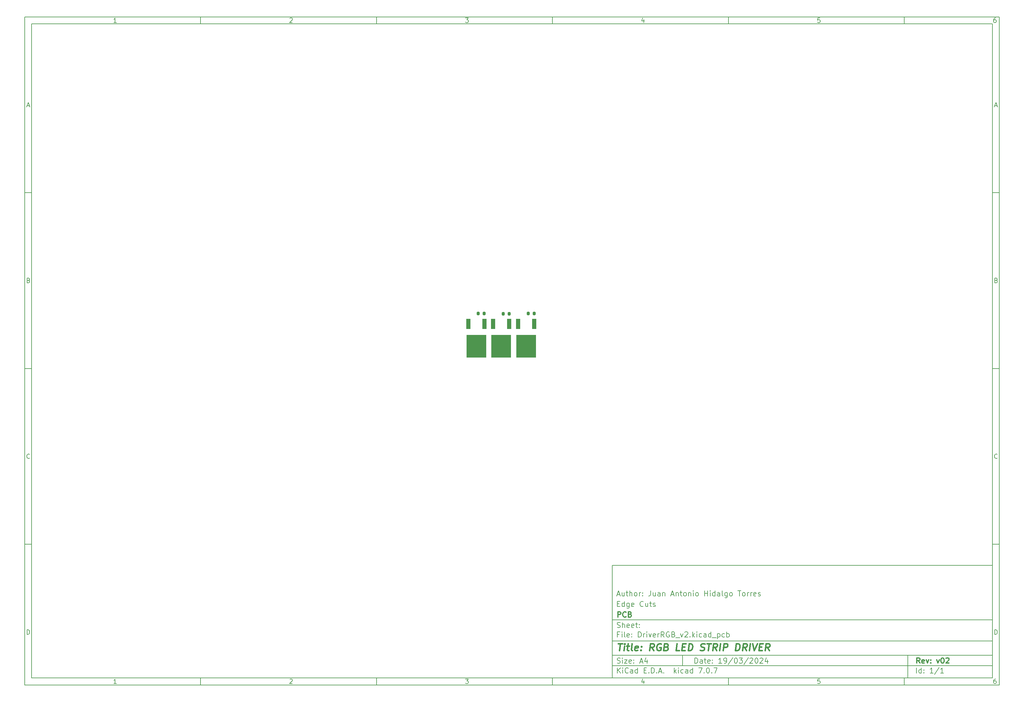
<source format=gtp>
%TF.GenerationSoftware,KiCad,Pcbnew,7.0.7*%
%TF.CreationDate,2024-06-20T22:52:00+02:00*%
%TF.ProjectId,DriverRGB_v2,44726976-6572-4524-9742-5f76322e6b69,v02*%
%TF.SameCoordinates,Original*%
%TF.FileFunction,Paste,Top*%
%TF.FilePolarity,Positive*%
%FSLAX46Y46*%
G04 Gerber Fmt 4.6, Leading zero omitted, Abs format (unit mm)*
G04 Created by KiCad (PCBNEW 7.0.7) date 2024-06-20 22:52:00*
%MOMM*%
%LPD*%
G01*
G04 APERTURE LIST*
G04 Aperture macros list*
%AMRoundRect*
0 Rectangle with rounded corners*
0 $1 Rounding radius*
0 $2 $3 $4 $5 $6 $7 $8 $9 X,Y pos of 4 corners*
0 Add a 4 corners polygon primitive as box body*
4,1,4,$2,$3,$4,$5,$6,$7,$8,$9,$2,$3,0*
0 Add four circle primitives for the rounded corners*
1,1,$1+$1,$2,$3*
1,1,$1+$1,$4,$5*
1,1,$1+$1,$6,$7*
1,1,$1+$1,$8,$9*
0 Add four rect primitives between the rounded corners*
20,1,$1+$1,$2,$3,$4,$5,0*
20,1,$1+$1,$4,$5,$6,$7,0*
20,1,$1+$1,$6,$7,$8,$9,0*
20,1,$1+$1,$8,$9,$2,$3,0*%
G04 Aperture macros list end*
%ADD10C,0.100000*%
%ADD11C,0.150000*%
%ADD12C,0.300000*%
%ADD13C,0.400000*%
%ADD14R,1.250000X2.850000*%
%ADD15R,5.550000X6.500000*%
%ADD16RoundRect,0.200000X-0.200000X-0.275000X0.200000X-0.275000X0.200000X0.275000X-0.200000X0.275000X0*%
G04 APERTURE END LIST*
D10*
D11*
X177002200Y-166007200D02*
X285002200Y-166007200D01*
X285002200Y-198007200D01*
X177002200Y-198007200D01*
X177002200Y-166007200D01*
D10*
D11*
X10000000Y-10000000D02*
X287002200Y-10000000D01*
X287002200Y-200007200D01*
X10000000Y-200007200D01*
X10000000Y-10000000D01*
D10*
D11*
X12000000Y-12000000D02*
X285002200Y-12000000D01*
X285002200Y-198007200D01*
X12000000Y-198007200D01*
X12000000Y-12000000D01*
D10*
D11*
X60000000Y-12000000D02*
X60000000Y-10000000D01*
D10*
D11*
X110000000Y-12000000D02*
X110000000Y-10000000D01*
D10*
D11*
X160000000Y-12000000D02*
X160000000Y-10000000D01*
D10*
D11*
X210000000Y-12000000D02*
X210000000Y-10000000D01*
D10*
D11*
X260000000Y-12000000D02*
X260000000Y-10000000D01*
D10*
D11*
X36089160Y-11593604D02*
X35346303Y-11593604D01*
X35717731Y-11593604D02*
X35717731Y-10293604D01*
X35717731Y-10293604D02*
X35593922Y-10479319D01*
X35593922Y-10479319D02*
X35470112Y-10603128D01*
X35470112Y-10603128D02*
X35346303Y-10665033D01*
D10*
D11*
X85346303Y-10417414D02*
X85408207Y-10355509D01*
X85408207Y-10355509D02*
X85532017Y-10293604D01*
X85532017Y-10293604D02*
X85841541Y-10293604D01*
X85841541Y-10293604D02*
X85965350Y-10355509D01*
X85965350Y-10355509D02*
X86027255Y-10417414D01*
X86027255Y-10417414D02*
X86089160Y-10541223D01*
X86089160Y-10541223D02*
X86089160Y-10665033D01*
X86089160Y-10665033D02*
X86027255Y-10850747D01*
X86027255Y-10850747D02*
X85284398Y-11593604D01*
X85284398Y-11593604D02*
X86089160Y-11593604D01*
D10*
D11*
X135284398Y-10293604D02*
X136089160Y-10293604D01*
X136089160Y-10293604D02*
X135655826Y-10788842D01*
X135655826Y-10788842D02*
X135841541Y-10788842D01*
X135841541Y-10788842D02*
X135965350Y-10850747D01*
X135965350Y-10850747D02*
X136027255Y-10912652D01*
X136027255Y-10912652D02*
X136089160Y-11036461D01*
X136089160Y-11036461D02*
X136089160Y-11345985D01*
X136089160Y-11345985D02*
X136027255Y-11469795D01*
X136027255Y-11469795D02*
X135965350Y-11531700D01*
X135965350Y-11531700D02*
X135841541Y-11593604D01*
X135841541Y-11593604D02*
X135470112Y-11593604D01*
X135470112Y-11593604D02*
X135346303Y-11531700D01*
X135346303Y-11531700D02*
X135284398Y-11469795D01*
D10*
D11*
X185965350Y-10726938D02*
X185965350Y-11593604D01*
X185655826Y-10231700D02*
X185346303Y-11160271D01*
X185346303Y-11160271D02*
X186151064Y-11160271D01*
D10*
D11*
X236027255Y-10293604D02*
X235408207Y-10293604D01*
X235408207Y-10293604D02*
X235346303Y-10912652D01*
X235346303Y-10912652D02*
X235408207Y-10850747D01*
X235408207Y-10850747D02*
X235532017Y-10788842D01*
X235532017Y-10788842D02*
X235841541Y-10788842D01*
X235841541Y-10788842D02*
X235965350Y-10850747D01*
X235965350Y-10850747D02*
X236027255Y-10912652D01*
X236027255Y-10912652D02*
X236089160Y-11036461D01*
X236089160Y-11036461D02*
X236089160Y-11345985D01*
X236089160Y-11345985D02*
X236027255Y-11469795D01*
X236027255Y-11469795D02*
X235965350Y-11531700D01*
X235965350Y-11531700D02*
X235841541Y-11593604D01*
X235841541Y-11593604D02*
X235532017Y-11593604D01*
X235532017Y-11593604D02*
X235408207Y-11531700D01*
X235408207Y-11531700D02*
X235346303Y-11469795D01*
D10*
D11*
X285965350Y-10293604D02*
X285717731Y-10293604D01*
X285717731Y-10293604D02*
X285593922Y-10355509D01*
X285593922Y-10355509D02*
X285532017Y-10417414D01*
X285532017Y-10417414D02*
X285408207Y-10603128D01*
X285408207Y-10603128D02*
X285346303Y-10850747D01*
X285346303Y-10850747D02*
X285346303Y-11345985D01*
X285346303Y-11345985D02*
X285408207Y-11469795D01*
X285408207Y-11469795D02*
X285470112Y-11531700D01*
X285470112Y-11531700D02*
X285593922Y-11593604D01*
X285593922Y-11593604D02*
X285841541Y-11593604D01*
X285841541Y-11593604D02*
X285965350Y-11531700D01*
X285965350Y-11531700D02*
X286027255Y-11469795D01*
X286027255Y-11469795D02*
X286089160Y-11345985D01*
X286089160Y-11345985D02*
X286089160Y-11036461D01*
X286089160Y-11036461D02*
X286027255Y-10912652D01*
X286027255Y-10912652D02*
X285965350Y-10850747D01*
X285965350Y-10850747D02*
X285841541Y-10788842D01*
X285841541Y-10788842D02*
X285593922Y-10788842D01*
X285593922Y-10788842D02*
X285470112Y-10850747D01*
X285470112Y-10850747D02*
X285408207Y-10912652D01*
X285408207Y-10912652D02*
X285346303Y-11036461D01*
D10*
D11*
X60000000Y-198007200D02*
X60000000Y-200007200D01*
D10*
D11*
X110000000Y-198007200D02*
X110000000Y-200007200D01*
D10*
D11*
X160000000Y-198007200D02*
X160000000Y-200007200D01*
D10*
D11*
X210000000Y-198007200D02*
X210000000Y-200007200D01*
D10*
D11*
X260000000Y-198007200D02*
X260000000Y-200007200D01*
D10*
D11*
X36089160Y-199600804D02*
X35346303Y-199600804D01*
X35717731Y-199600804D02*
X35717731Y-198300804D01*
X35717731Y-198300804D02*
X35593922Y-198486519D01*
X35593922Y-198486519D02*
X35470112Y-198610328D01*
X35470112Y-198610328D02*
X35346303Y-198672233D01*
D10*
D11*
X85346303Y-198424614D02*
X85408207Y-198362709D01*
X85408207Y-198362709D02*
X85532017Y-198300804D01*
X85532017Y-198300804D02*
X85841541Y-198300804D01*
X85841541Y-198300804D02*
X85965350Y-198362709D01*
X85965350Y-198362709D02*
X86027255Y-198424614D01*
X86027255Y-198424614D02*
X86089160Y-198548423D01*
X86089160Y-198548423D02*
X86089160Y-198672233D01*
X86089160Y-198672233D02*
X86027255Y-198857947D01*
X86027255Y-198857947D02*
X85284398Y-199600804D01*
X85284398Y-199600804D02*
X86089160Y-199600804D01*
D10*
D11*
X135284398Y-198300804D02*
X136089160Y-198300804D01*
X136089160Y-198300804D02*
X135655826Y-198796042D01*
X135655826Y-198796042D02*
X135841541Y-198796042D01*
X135841541Y-198796042D02*
X135965350Y-198857947D01*
X135965350Y-198857947D02*
X136027255Y-198919852D01*
X136027255Y-198919852D02*
X136089160Y-199043661D01*
X136089160Y-199043661D02*
X136089160Y-199353185D01*
X136089160Y-199353185D02*
X136027255Y-199476995D01*
X136027255Y-199476995D02*
X135965350Y-199538900D01*
X135965350Y-199538900D02*
X135841541Y-199600804D01*
X135841541Y-199600804D02*
X135470112Y-199600804D01*
X135470112Y-199600804D02*
X135346303Y-199538900D01*
X135346303Y-199538900D02*
X135284398Y-199476995D01*
D10*
D11*
X185965350Y-198734138D02*
X185965350Y-199600804D01*
X185655826Y-198238900D02*
X185346303Y-199167471D01*
X185346303Y-199167471D02*
X186151064Y-199167471D01*
D10*
D11*
X236027255Y-198300804D02*
X235408207Y-198300804D01*
X235408207Y-198300804D02*
X235346303Y-198919852D01*
X235346303Y-198919852D02*
X235408207Y-198857947D01*
X235408207Y-198857947D02*
X235532017Y-198796042D01*
X235532017Y-198796042D02*
X235841541Y-198796042D01*
X235841541Y-198796042D02*
X235965350Y-198857947D01*
X235965350Y-198857947D02*
X236027255Y-198919852D01*
X236027255Y-198919852D02*
X236089160Y-199043661D01*
X236089160Y-199043661D02*
X236089160Y-199353185D01*
X236089160Y-199353185D02*
X236027255Y-199476995D01*
X236027255Y-199476995D02*
X235965350Y-199538900D01*
X235965350Y-199538900D02*
X235841541Y-199600804D01*
X235841541Y-199600804D02*
X235532017Y-199600804D01*
X235532017Y-199600804D02*
X235408207Y-199538900D01*
X235408207Y-199538900D02*
X235346303Y-199476995D01*
D10*
D11*
X285965350Y-198300804D02*
X285717731Y-198300804D01*
X285717731Y-198300804D02*
X285593922Y-198362709D01*
X285593922Y-198362709D02*
X285532017Y-198424614D01*
X285532017Y-198424614D02*
X285408207Y-198610328D01*
X285408207Y-198610328D02*
X285346303Y-198857947D01*
X285346303Y-198857947D02*
X285346303Y-199353185D01*
X285346303Y-199353185D02*
X285408207Y-199476995D01*
X285408207Y-199476995D02*
X285470112Y-199538900D01*
X285470112Y-199538900D02*
X285593922Y-199600804D01*
X285593922Y-199600804D02*
X285841541Y-199600804D01*
X285841541Y-199600804D02*
X285965350Y-199538900D01*
X285965350Y-199538900D02*
X286027255Y-199476995D01*
X286027255Y-199476995D02*
X286089160Y-199353185D01*
X286089160Y-199353185D02*
X286089160Y-199043661D01*
X286089160Y-199043661D02*
X286027255Y-198919852D01*
X286027255Y-198919852D02*
X285965350Y-198857947D01*
X285965350Y-198857947D02*
X285841541Y-198796042D01*
X285841541Y-198796042D02*
X285593922Y-198796042D01*
X285593922Y-198796042D02*
X285470112Y-198857947D01*
X285470112Y-198857947D02*
X285408207Y-198919852D01*
X285408207Y-198919852D02*
X285346303Y-199043661D01*
D10*
D11*
X10000000Y-60000000D02*
X12000000Y-60000000D01*
D10*
D11*
X10000000Y-110000000D02*
X12000000Y-110000000D01*
D10*
D11*
X10000000Y-160000000D02*
X12000000Y-160000000D01*
D10*
D11*
X10690476Y-35222176D02*
X11309523Y-35222176D01*
X10566666Y-35593604D02*
X10999999Y-34293604D01*
X10999999Y-34293604D02*
X11433333Y-35593604D01*
D10*
D11*
X11092857Y-84912652D02*
X11278571Y-84974557D01*
X11278571Y-84974557D02*
X11340476Y-85036461D01*
X11340476Y-85036461D02*
X11402380Y-85160271D01*
X11402380Y-85160271D02*
X11402380Y-85345985D01*
X11402380Y-85345985D02*
X11340476Y-85469795D01*
X11340476Y-85469795D02*
X11278571Y-85531700D01*
X11278571Y-85531700D02*
X11154761Y-85593604D01*
X11154761Y-85593604D02*
X10659523Y-85593604D01*
X10659523Y-85593604D02*
X10659523Y-84293604D01*
X10659523Y-84293604D02*
X11092857Y-84293604D01*
X11092857Y-84293604D02*
X11216666Y-84355509D01*
X11216666Y-84355509D02*
X11278571Y-84417414D01*
X11278571Y-84417414D02*
X11340476Y-84541223D01*
X11340476Y-84541223D02*
X11340476Y-84665033D01*
X11340476Y-84665033D02*
X11278571Y-84788842D01*
X11278571Y-84788842D02*
X11216666Y-84850747D01*
X11216666Y-84850747D02*
X11092857Y-84912652D01*
X11092857Y-84912652D02*
X10659523Y-84912652D01*
D10*
D11*
X11402380Y-135469795D02*
X11340476Y-135531700D01*
X11340476Y-135531700D02*
X11154761Y-135593604D01*
X11154761Y-135593604D02*
X11030952Y-135593604D01*
X11030952Y-135593604D02*
X10845238Y-135531700D01*
X10845238Y-135531700D02*
X10721428Y-135407890D01*
X10721428Y-135407890D02*
X10659523Y-135284080D01*
X10659523Y-135284080D02*
X10597619Y-135036461D01*
X10597619Y-135036461D02*
X10597619Y-134850747D01*
X10597619Y-134850747D02*
X10659523Y-134603128D01*
X10659523Y-134603128D02*
X10721428Y-134479319D01*
X10721428Y-134479319D02*
X10845238Y-134355509D01*
X10845238Y-134355509D02*
X11030952Y-134293604D01*
X11030952Y-134293604D02*
X11154761Y-134293604D01*
X11154761Y-134293604D02*
X11340476Y-134355509D01*
X11340476Y-134355509D02*
X11402380Y-134417414D01*
D10*
D11*
X10659523Y-185593604D02*
X10659523Y-184293604D01*
X10659523Y-184293604D02*
X10969047Y-184293604D01*
X10969047Y-184293604D02*
X11154761Y-184355509D01*
X11154761Y-184355509D02*
X11278571Y-184479319D01*
X11278571Y-184479319D02*
X11340476Y-184603128D01*
X11340476Y-184603128D02*
X11402380Y-184850747D01*
X11402380Y-184850747D02*
X11402380Y-185036461D01*
X11402380Y-185036461D02*
X11340476Y-185284080D01*
X11340476Y-185284080D02*
X11278571Y-185407890D01*
X11278571Y-185407890D02*
X11154761Y-185531700D01*
X11154761Y-185531700D02*
X10969047Y-185593604D01*
X10969047Y-185593604D02*
X10659523Y-185593604D01*
D10*
D11*
X287002200Y-60000000D02*
X285002200Y-60000000D01*
D10*
D11*
X287002200Y-110000000D02*
X285002200Y-110000000D01*
D10*
D11*
X287002200Y-160000000D02*
X285002200Y-160000000D01*
D10*
D11*
X285692676Y-35222176D02*
X286311723Y-35222176D01*
X285568866Y-35593604D02*
X286002199Y-34293604D01*
X286002199Y-34293604D02*
X286435533Y-35593604D01*
D10*
D11*
X286095057Y-84912652D02*
X286280771Y-84974557D01*
X286280771Y-84974557D02*
X286342676Y-85036461D01*
X286342676Y-85036461D02*
X286404580Y-85160271D01*
X286404580Y-85160271D02*
X286404580Y-85345985D01*
X286404580Y-85345985D02*
X286342676Y-85469795D01*
X286342676Y-85469795D02*
X286280771Y-85531700D01*
X286280771Y-85531700D02*
X286156961Y-85593604D01*
X286156961Y-85593604D02*
X285661723Y-85593604D01*
X285661723Y-85593604D02*
X285661723Y-84293604D01*
X285661723Y-84293604D02*
X286095057Y-84293604D01*
X286095057Y-84293604D02*
X286218866Y-84355509D01*
X286218866Y-84355509D02*
X286280771Y-84417414D01*
X286280771Y-84417414D02*
X286342676Y-84541223D01*
X286342676Y-84541223D02*
X286342676Y-84665033D01*
X286342676Y-84665033D02*
X286280771Y-84788842D01*
X286280771Y-84788842D02*
X286218866Y-84850747D01*
X286218866Y-84850747D02*
X286095057Y-84912652D01*
X286095057Y-84912652D02*
X285661723Y-84912652D01*
D10*
D11*
X286404580Y-135469795D02*
X286342676Y-135531700D01*
X286342676Y-135531700D02*
X286156961Y-135593604D01*
X286156961Y-135593604D02*
X286033152Y-135593604D01*
X286033152Y-135593604D02*
X285847438Y-135531700D01*
X285847438Y-135531700D02*
X285723628Y-135407890D01*
X285723628Y-135407890D02*
X285661723Y-135284080D01*
X285661723Y-135284080D02*
X285599819Y-135036461D01*
X285599819Y-135036461D02*
X285599819Y-134850747D01*
X285599819Y-134850747D02*
X285661723Y-134603128D01*
X285661723Y-134603128D02*
X285723628Y-134479319D01*
X285723628Y-134479319D02*
X285847438Y-134355509D01*
X285847438Y-134355509D02*
X286033152Y-134293604D01*
X286033152Y-134293604D02*
X286156961Y-134293604D01*
X286156961Y-134293604D02*
X286342676Y-134355509D01*
X286342676Y-134355509D02*
X286404580Y-134417414D01*
D10*
D11*
X285661723Y-185593604D02*
X285661723Y-184293604D01*
X285661723Y-184293604D02*
X285971247Y-184293604D01*
X285971247Y-184293604D02*
X286156961Y-184355509D01*
X286156961Y-184355509D02*
X286280771Y-184479319D01*
X286280771Y-184479319D02*
X286342676Y-184603128D01*
X286342676Y-184603128D02*
X286404580Y-184850747D01*
X286404580Y-184850747D02*
X286404580Y-185036461D01*
X286404580Y-185036461D02*
X286342676Y-185284080D01*
X286342676Y-185284080D02*
X286280771Y-185407890D01*
X286280771Y-185407890D02*
X286156961Y-185531700D01*
X286156961Y-185531700D02*
X285971247Y-185593604D01*
X285971247Y-185593604D02*
X285661723Y-185593604D01*
D10*
D11*
X200458026Y-193793328D02*
X200458026Y-192293328D01*
X200458026Y-192293328D02*
X200815169Y-192293328D01*
X200815169Y-192293328D02*
X201029455Y-192364757D01*
X201029455Y-192364757D02*
X201172312Y-192507614D01*
X201172312Y-192507614D02*
X201243741Y-192650471D01*
X201243741Y-192650471D02*
X201315169Y-192936185D01*
X201315169Y-192936185D02*
X201315169Y-193150471D01*
X201315169Y-193150471D02*
X201243741Y-193436185D01*
X201243741Y-193436185D02*
X201172312Y-193579042D01*
X201172312Y-193579042D02*
X201029455Y-193721900D01*
X201029455Y-193721900D02*
X200815169Y-193793328D01*
X200815169Y-193793328D02*
X200458026Y-193793328D01*
X202600884Y-193793328D02*
X202600884Y-193007614D01*
X202600884Y-193007614D02*
X202529455Y-192864757D01*
X202529455Y-192864757D02*
X202386598Y-192793328D01*
X202386598Y-192793328D02*
X202100884Y-192793328D01*
X202100884Y-192793328D02*
X201958026Y-192864757D01*
X202600884Y-193721900D02*
X202458026Y-193793328D01*
X202458026Y-193793328D02*
X202100884Y-193793328D01*
X202100884Y-193793328D02*
X201958026Y-193721900D01*
X201958026Y-193721900D02*
X201886598Y-193579042D01*
X201886598Y-193579042D02*
X201886598Y-193436185D01*
X201886598Y-193436185D02*
X201958026Y-193293328D01*
X201958026Y-193293328D02*
X202100884Y-193221900D01*
X202100884Y-193221900D02*
X202458026Y-193221900D01*
X202458026Y-193221900D02*
X202600884Y-193150471D01*
X203100884Y-192793328D02*
X203672312Y-192793328D01*
X203315169Y-192293328D02*
X203315169Y-193579042D01*
X203315169Y-193579042D02*
X203386598Y-193721900D01*
X203386598Y-193721900D02*
X203529455Y-193793328D01*
X203529455Y-193793328D02*
X203672312Y-193793328D01*
X204743741Y-193721900D02*
X204600884Y-193793328D01*
X204600884Y-193793328D02*
X204315170Y-193793328D01*
X204315170Y-193793328D02*
X204172312Y-193721900D01*
X204172312Y-193721900D02*
X204100884Y-193579042D01*
X204100884Y-193579042D02*
X204100884Y-193007614D01*
X204100884Y-193007614D02*
X204172312Y-192864757D01*
X204172312Y-192864757D02*
X204315170Y-192793328D01*
X204315170Y-192793328D02*
X204600884Y-192793328D01*
X204600884Y-192793328D02*
X204743741Y-192864757D01*
X204743741Y-192864757D02*
X204815170Y-193007614D01*
X204815170Y-193007614D02*
X204815170Y-193150471D01*
X204815170Y-193150471D02*
X204100884Y-193293328D01*
X205458026Y-193650471D02*
X205529455Y-193721900D01*
X205529455Y-193721900D02*
X205458026Y-193793328D01*
X205458026Y-193793328D02*
X205386598Y-193721900D01*
X205386598Y-193721900D02*
X205458026Y-193650471D01*
X205458026Y-193650471D02*
X205458026Y-193793328D01*
X205458026Y-192864757D02*
X205529455Y-192936185D01*
X205529455Y-192936185D02*
X205458026Y-193007614D01*
X205458026Y-193007614D02*
X205386598Y-192936185D01*
X205386598Y-192936185D02*
X205458026Y-192864757D01*
X205458026Y-192864757D02*
X205458026Y-193007614D01*
X208100884Y-193793328D02*
X207243741Y-193793328D01*
X207672312Y-193793328D02*
X207672312Y-192293328D01*
X207672312Y-192293328D02*
X207529455Y-192507614D01*
X207529455Y-192507614D02*
X207386598Y-192650471D01*
X207386598Y-192650471D02*
X207243741Y-192721900D01*
X208815169Y-193793328D02*
X209100883Y-193793328D01*
X209100883Y-193793328D02*
X209243740Y-193721900D01*
X209243740Y-193721900D02*
X209315169Y-193650471D01*
X209315169Y-193650471D02*
X209458026Y-193436185D01*
X209458026Y-193436185D02*
X209529455Y-193150471D01*
X209529455Y-193150471D02*
X209529455Y-192579042D01*
X209529455Y-192579042D02*
X209458026Y-192436185D01*
X209458026Y-192436185D02*
X209386598Y-192364757D01*
X209386598Y-192364757D02*
X209243740Y-192293328D01*
X209243740Y-192293328D02*
X208958026Y-192293328D01*
X208958026Y-192293328D02*
X208815169Y-192364757D01*
X208815169Y-192364757D02*
X208743740Y-192436185D01*
X208743740Y-192436185D02*
X208672312Y-192579042D01*
X208672312Y-192579042D02*
X208672312Y-192936185D01*
X208672312Y-192936185D02*
X208743740Y-193079042D01*
X208743740Y-193079042D02*
X208815169Y-193150471D01*
X208815169Y-193150471D02*
X208958026Y-193221900D01*
X208958026Y-193221900D02*
X209243740Y-193221900D01*
X209243740Y-193221900D02*
X209386598Y-193150471D01*
X209386598Y-193150471D02*
X209458026Y-193079042D01*
X209458026Y-193079042D02*
X209529455Y-192936185D01*
X211243740Y-192221900D02*
X209958026Y-194150471D01*
X212029455Y-192293328D02*
X212172312Y-192293328D01*
X212172312Y-192293328D02*
X212315169Y-192364757D01*
X212315169Y-192364757D02*
X212386598Y-192436185D01*
X212386598Y-192436185D02*
X212458026Y-192579042D01*
X212458026Y-192579042D02*
X212529455Y-192864757D01*
X212529455Y-192864757D02*
X212529455Y-193221900D01*
X212529455Y-193221900D02*
X212458026Y-193507614D01*
X212458026Y-193507614D02*
X212386598Y-193650471D01*
X212386598Y-193650471D02*
X212315169Y-193721900D01*
X212315169Y-193721900D02*
X212172312Y-193793328D01*
X212172312Y-193793328D02*
X212029455Y-193793328D01*
X212029455Y-193793328D02*
X211886598Y-193721900D01*
X211886598Y-193721900D02*
X211815169Y-193650471D01*
X211815169Y-193650471D02*
X211743740Y-193507614D01*
X211743740Y-193507614D02*
X211672312Y-193221900D01*
X211672312Y-193221900D02*
X211672312Y-192864757D01*
X211672312Y-192864757D02*
X211743740Y-192579042D01*
X211743740Y-192579042D02*
X211815169Y-192436185D01*
X211815169Y-192436185D02*
X211886598Y-192364757D01*
X211886598Y-192364757D02*
X212029455Y-192293328D01*
X213029454Y-192293328D02*
X213958026Y-192293328D01*
X213958026Y-192293328D02*
X213458026Y-192864757D01*
X213458026Y-192864757D02*
X213672311Y-192864757D01*
X213672311Y-192864757D02*
X213815169Y-192936185D01*
X213815169Y-192936185D02*
X213886597Y-193007614D01*
X213886597Y-193007614D02*
X213958026Y-193150471D01*
X213958026Y-193150471D02*
X213958026Y-193507614D01*
X213958026Y-193507614D02*
X213886597Y-193650471D01*
X213886597Y-193650471D02*
X213815169Y-193721900D01*
X213815169Y-193721900D02*
X213672311Y-193793328D01*
X213672311Y-193793328D02*
X213243740Y-193793328D01*
X213243740Y-193793328D02*
X213100883Y-193721900D01*
X213100883Y-193721900D02*
X213029454Y-193650471D01*
X215672311Y-192221900D02*
X214386597Y-194150471D01*
X216100883Y-192436185D02*
X216172311Y-192364757D01*
X216172311Y-192364757D02*
X216315169Y-192293328D01*
X216315169Y-192293328D02*
X216672311Y-192293328D01*
X216672311Y-192293328D02*
X216815169Y-192364757D01*
X216815169Y-192364757D02*
X216886597Y-192436185D01*
X216886597Y-192436185D02*
X216958026Y-192579042D01*
X216958026Y-192579042D02*
X216958026Y-192721900D01*
X216958026Y-192721900D02*
X216886597Y-192936185D01*
X216886597Y-192936185D02*
X216029454Y-193793328D01*
X216029454Y-193793328D02*
X216958026Y-193793328D01*
X217886597Y-192293328D02*
X218029454Y-192293328D01*
X218029454Y-192293328D02*
X218172311Y-192364757D01*
X218172311Y-192364757D02*
X218243740Y-192436185D01*
X218243740Y-192436185D02*
X218315168Y-192579042D01*
X218315168Y-192579042D02*
X218386597Y-192864757D01*
X218386597Y-192864757D02*
X218386597Y-193221900D01*
X218386597Y-193221900D02*
X218315168Y-193507614D01*
X218315168Y-193507614D02*
X218243740Y-193650471D01*
X218243740Y-193650471D02*
X218172311Y-193721900D01*
X218172311Y-193721900D02*
X218029454Y-193793328D01*
X218029454Y-193793328D02*
X217886597Y-193793328D01*
X217886597Y-193793328D02*
X217743740Y-193721900D01*
X217743740Y-193721900D02*
X217672311Y-193650471D01*
X217672311Y-193650471D02*
X217600882Y-193507614D01*
X217600882Y-193507614D02*
X217529454Y-193221900D01*
X217529454Y-193221900D02*
X217529454Y-192864757D01*
X217529454Y-192864757D02*
X217600882Y-192579042D01*
X217600882Y-192579042D02*
X217672311Y-192436185D01*
X217672311Y-192436185D02*
X217743740Y-192364757D01*
X217743740Y-192364757D02*
X217886597Y-192293328D01*
X218958025Y-192436185D02*
X219029453Y-192364757D01*
X219029453Y-192364757D02*
X219172311Y-192293328D01*
X219172311Y-192293328D02*
X219529453Y-192293328D01*
X219529453Y-192293328D02*
X219672311Y-192364757D01*
X219672311Y-192364757D02*
X219743739Y-192436185D01*
X219743739Y-192436185D02*
X219815168Y-192579042D01*
X219815168Y-192579042D02*
X219815168Y-192721900D01*
X219815168Y-192721900D02*
X219743739Y-192936185D01*
X219743739Y-192936185D02*
X218886596Y-193793328D01*
X218886596Y-193793328D02*
X219815168Y-193793328D01*
X221100882Y-192793328D02*
X221100882Y-193793328D01*
X220743739Y-192221900D02*
X220386596Y-193293328D01*
X220386596Y-193293328D02*
X221315167Y-193293328D01*
D10*
D11*
X177002200Y-194507200D02*
X285002200Y-194507200D01*
D10*
D11*
X178458026Y-196593328D02*
X178458026Y-195093328D01*
X179315169Y-196593328D02*
X178672312Y-195736185D01*
X179315169Y-195093328D02*
X178458026Y-195950471D01*
X179958026Y-196593328D02*
X179958026Y-195593328D01*
X179958026Y-195093328D02*
X179886598Y-195164757D01*
X179886598Y-195164757D02*
X179958026Y-195236185D01*
X179958026Y-195236185D02*
X180029455Y-195164757D01*
X180029455Y-195164757D02*
X179958026Y-195093328D01*
X179958026Y-195093328D02*
X179958026Y-195236185D01*
X181529455Y-196450471D02*
X181458027Y-196521900D01*
X181458027Y-196521900D02*
X181243741Y-196593328D01*
X181243741Y-196593328D02*
X181100884Y-196593328D01*
X181100884Y-196593328D02*
X180886598Y-196521900D01*
X180886598Y-196521900D02*
X180743741Y-196379042D01*
X180743741Y-196379042D02*
X180672312Y-196236185D01*
X180672312Y-196236185D02*
X180600884Y-195950471D01*
X180600884Y-195950471D02*
X180600884Y-195736185D01*
X180600884Y-195736185D02*
X180672312Y-195450471D01*
X180672312Y-195450471D02*
X180743741Y-195307614D01*
X180743741Y-195307614D02*
X180886598Y-195164757D01*
X180886598Y-195164757D02*
X181100884Y-195093328D01*
X181100884Y-195093328D02*
X181243741Y-195093328D01*
X181243741Y-195093328D02*
X181458027Y-195164757D01*
X181458027Y-195164757D02*
X181529455Y-195236185D01*
X182815170Y-196593328D02*
X182815170Y-195807614D01*
X182815170Y-195807614D02*
X182743741Y-195664757D01*
X182743741Y-195664757D02*
X182600884Y-195593328D01*
X182600884Y-195593328D02*
X182315170Y-195593328D01*
X182315170Y-195593328D02*
X182172312Y-195664757D01*
X182815170Y-196521900D02*
X182672312Y-196593328D01*
X182672312Y-196593328D02*
X182315170Y-196593328D01*
X182315170Y-196593328D02*
X182172312Y-196521900D01*
X182172312Y-196521900D02*
X182100884Y-196379042D01*
X182100884Y-196379042D02*
X182100884Y-196236185D01*
X182100884Y-196236185D02*
X182172312Y-196093328D01*
X182172312Y-196093328D02*
X182315170Y-196021900D01*
X182315170Y-196021900D02*
X182672312Y-196021900D01*
X182672312Y-196021900D02*
X182815170Y-195950471D01*
X184172313Y-196593328D02*
X184172313Y-195093328D01*
X184172313Y-196521900D02*
X184029455Y-196593328D01*
X184029455Y-196593328D02*
X183743741Y-196593328D01*
X183743741Y-196593328D02*
X183600884Y-196521900D01*
X183600884Y-196521900D02*
X183529455Y-196450471D01*
X183529455Y-196450471D02*
X183458027Y-196307614D01*
X183458027Y-196307614D02*
X183458027Y-195879042D01*
X183458027Y-195879042D02*
X183529455Y-195736185D01*
X183529455Y-195736185D02*
X183600884Y-195664757D01*
X183600884Y-195664757D02*
X183743741Y-195593328D01*
X183743741Y-195593328D02*
X184029455Y-195593328D01*
X184029455Y-195593328D02*
X184172313Y-195664757D01*
X186029455Y-195807614D02*
X186529455Y-195807614D01*
X186743741Y-196593328D02*
X186029455Y-196593328D01*
X186029455Y-196593328D02*
X186029455Y-195093328D01*
X186029455Y-195093328D02*
X186743741Y-195093328D01*
X187386598Y-196450471D02*
X187458027Y-196521900D01*
X187458027Y-196521900D02*
X187386598Y-196593328D01*
X187386598Y-196593328D02*
X187315170Y-196521900D01*
X187315170Y-196521900D02*
X187386598Y-196450471D01*
X187386598Y-196450471D02*
X187386598Y-196593328D01*
X188100884Y-196593328D02*
X188100884Y-195093328D01*
X188100884Y-195093328D02*
X188458027Y-195093328D01*
X188458027Y-195093328D02*
X188672313Y-195164757D01*
X188672313Y-195164757D02*
X188815170Y-195307614D01*
X188815170Y-195307614D02*
X188886599Y-195450471D01*
X188886599Y-195450471D02*
X188958027Y-195736185D01*
X188958027Y-195736185D02*
X188958027Y-195950471D01*
X188958027Y-195950471D02*
X188886599Y-196236185D01*
X188886599Y-196236185D02*
X188815170Y-196379042D01*
X188815170Y-196379042D02*
X188672313Y-196521900D01*
X188672313Y-196521900D02*
X188458027Y-196593328D01*
X188458027Y-196593328D02*
X188100884Y-196593328D01*
X189600884Y-196450471D02*
X189672313Y-196521900D01*
X189672313Y-196521900D02*
X189600884Y-196593328D01*
X189600884Y-196593328D02*
X189529456Y-196521900D01*
X189529456Y-196521900D02*
X189600884Y-196450471D01*
X189600884Y-196450471D02*
X189600884Y-196593328D01*
X190243742Y-196164757D02*
X190958028Y-196164757D01*
X190100885Y-196593328D02*
X190600885Y-195093328D01*
X190600885Y-195093328D02*
X191100885Y-196593328D01*
X191600884Y-196450471D02*
X191672313Y-196521900D01*
X191672313Y-196521900D02*
X191600884Y-196593328D01*
X191600884Y-196593328D02*
X191529456Y-196521900D01*
X191529456Y-196521900D02*
X191600884Y-196450471D01*
X191600884Y-196450471D02*
X191600884Y-196593328D01*
X194600884Y-196593328D02*
X194600884Y-195093328D01*
X194743742Y-196021900D02*
X195172313Y-196593328D01*
X195172313Y-195593328D02*
X194600884Y-196164757D01*
X195815170Y-196593328D02*
X195815170Y-195593328D01*
X195815170Y-195093328D02*
X195743742Y-195164757D01*
X195743742Y-195164757D02*
X195815170Y-195236185D01*
X195815170Y-195236185D02*
X195886599Y-195164757D01*
X195886599Y-195164757D02*
X195815170Y-195093328D01*
X195815170Y-195093328D02*
X195815170Y-195236185D01*
X197172314Y-196521900D02*
X197029456Y-196593328D01*
X197029456Y-196593328D02*
X196743742Y-196593328D01*
X196743742Y-196593328D02*
X196600885Y-196521900D01*
X196600885Y-196521900D02*
X196529456Y-196450471D01*
X196529456Y-196450471D02*
X196458028Y-196307614D01*
X196458028Y-196307614D02*
X196458028Y-195879042D01*
X196458028Y-195879042D02*
X196529456Y-195736185D01*
X196529456Y-195736185D02*
X196600885Y-195664757D01*
X196600885Y-195664757D02*
X196743742Y-195593328D01*
X196743742Y-195593328D02*
X197029456Y-195593328D01*
X197029456Y-195593328D02*
X197172314Y-195664757D01*
X198458028Y-196593328D02*
X198458028Y-195807614D01*
X198458028Y-195807614D02*
X198386599Y-195664757D01*
X198386599Y-195664757D02*
X198243742Y-195593328D01*
X198243742Y-195593328D02*
X197958028Y-195593328D01*
X197958028Y-195593328D02*
X197815170Y-195664757D01*
X198458028Y-196521900D02*
X198315170Y-196593328D01*
X198315170Y-196593328D02*
X197958028Y-196593328D01*
X197958028Y-196593328D02*
X197815170Y-196521900D01*
X197815170Y-196521900D02*
X197743742Y-196379042D01*
X197743742Y-196379042D02*
X197743742Y-196236185D01*
X197743742Y-196236185D02*
X197815170Y-196093328D01*
X197815170Y-196093328D02*
X197958028Y-196021900D01*
X197958028Y-196021900D02*
X198315170Y-196021900D01*
X198315170Y-196021900D02*
X198458028Y-195950471D01*
X199815171Y-196593328D02*
X199815171Y-195093328D01*
X199815171Y-196521900D02*
X199672313Y-196593328D01*
X199672313Y-196593328D02*
X199386599Y-196593328D01*
X199386599Y-196593328D02*
X199243742Y-196521900D01*
X199243742Y-196521900D02*
X199172313Y-196450471D01*
X199172313Y-196450471D02*
X199100885Y-196307614D01*
X199100885Y-196307614D02*
X199100885Y-195879042D01*
X199100885Y-195879042D02*
X199172313Y-195736185D01*
X199172313Y-195736185D02*
X199243742Y-195664757D01*
X199243742Y-195664757D02*
X199386599Y-195593328D01*
X199386599Y-195593328D02*
X199672313Y-195593328D01*
X199672313Y-195593328D02*
X199815171Y-195664757D01*
X201529456Y-195093328D02*
X202529456Y-195093328D01*
X202529456Y-195093328D02*
X201886599Y-196593328D01*
X203100884Y-196450471D02*
X203172313Y-196521900D01*
X203172313Y-196521900D02*
X203100884Y-196593328D01*
X203100884Y-196593328D02*
X203029456Y-196521900D01*
X203029456Y-196521900D02*
X203100884Y-196450471D01*
X203100884Y-196450471D02*
X203100884Y-196593328D01*
X204100885Y-195093328D02*
X204243742Y-195093328D01*
X204243742Y-195093328D02*
X204386599Y-195164757D01*
X204386599Y-195164757D02*
X204458028Y-195236185D01*
X204458028Y-195236185D02*
X204529456Y-195379042D01*
X204529456Y-195379042D02*
X204600885Y-195664757D01*
X204600885Y-195664757D02*
X204600885Y-196021900D01*
X204600885Y-196021900D02*
X204529456Y-196307614D01*
X204529456Y-196307614D02*
X204458028Y-196450471D01*
X204458028Y-196450471D02*
X204386599Y-196521900D01*
X204386599Y-196521900D02*
X204243742Y-196593328D01*
X204243742Y-196593328D02*
X204100885Y-196593328D01*
X204100885Y-196593328D02*
X203958028Y-196521900D01*
X203958028Y-196521900D02*
X203886599Y-196450471D01*
X203886599Y-196450471D02*
X203815170Y-196307614D01*
X203815170Y-196307614D02*
X203743742Y-196021900D01*
X203743742Y-196021900D02*
X203743742Y-195664757D01*
X203743742Y-195664757D02*
X203815170Y-195379042D01*
X203815170Y-195379042D02*
X203886599Y-195236185D01*
X203886599Y-195236185D02*
X203958028Y-195164757D01*
X203958028Y-195164757D02*
X204100885Y-195093328D01*
X205243741Y-196450471D02*
X205315170Y-196521900D01*
X205315170Y-196521900D02*
X205243741Y-196593328D01*
X205243741Y-196593328D02*
X205172313Y-196521900D01*
X205172313Y-196521900D02*
X205243741Y-196450471D01*
X205243741Y-196450471D02*
X205243741Y-196593328D01*
X205815170Y-195093328D02*
X206815170Y-195093328D01*
X206815170Y-195093328D02*
X206172313Y-196593328D01*
D10*
D11*
X177002200Y-191507200D02*
X285002200Y-191507200D01*
D10*
D12*
X264413853Y-193785528D02*
X263913853Y-193071242D01*
X263556710Y-193785528D02*
X263556710Y-192285528D01*
X263556710Y-192285528D02*
X264128139Y-192285528D01*
X264128139Y-192285528D02*
X264270996Y-192356957D01*
X264270996Y-192356957D02*
X264342425Y-192428385D01*
X264342425Y-192428385D02*
X264413853Y-192571242D01*
X264413853Y-192571242D02*
X264413853Y-192785528D01*
X264413853Y-192785528D02*
X264342425Y-192928385D01*
X264342425Y-192928385D02*
X264270996Y-192999814D01*
X264270996Y-192999814D02*
X264128139Y-193071242D01*
X264128139Y-193071242D02*
X263556710Y-193071242D01*
X265628139Y-193714100D02*
X265485282Y-193785528D01*
X265485282Y-193785528D02*
X265199568Y-193785528D01*
X265199568Y-193785528D02*
X265056710Y-193714100D01*
X265056710Y-193714100D02*
X264985282Y-193571242D01*
X264985282Y-193571242D02*
X264985282Y-192999814D01*
X264985282Y-192999814D02*
X265056710Y-192856957D01*
X265056710Y-192856957D02*
X265199568Y-192785528D01*
X265199568Y-192785528D02*
X265485282Y-192785528D01*
X265485282Y-192785528D02*
X265628139Y-192856957D01*
X265628139Y-192856957D02*
X265699568Y-192999814D01*
X265699568Y-192999814D02*
X265699568Y-193142671D01*
X265699568Y-193142671D02*
X264985282Y-193285528D01*
X266199567Y-192785528D02*
X266556710Y-193785528D01*
X266556710Y-193785528D02*
X266913853Y-192785528D01*
X267485281Y-193642671D02*
X267556710Y-193714100D01*
X267556710Y-193714100D02*
X267485281Y-193785528D01*
X267485281Y-193785528D02*
X267413853Y-193714100D01*
X267413853Y-193714100D02*
X267485281Y-193642671D01*
X267485281Y-193642671D02*
X267485281Y-193785528D01*
X267485281Y-192856957D02*
X267556710Y-192928385D01*
X267556710Y-192928385D02*
X267485281Y-192999814D01*
X267485281Y-192999814D02*
X267413853Y-192928385D01*
X267413853Y-192928385D02*
X267485281Y-192856957D01*
X267485281Y-192856957D02*
X267485281Y-192999814D01*
X269199567Y-192785528D02*
X269556710Y-193785528D01*
X269556710Y-193785528D02*
X269913853Y-192785528D01*
X270770996Y-192285528D02*
X270913853Y-192285528D01*
X270913853Y-192285528D02*
X271056710Y-192356957D01*
X271056710Y-192356957D02*
X271128139Y-192428385D01*
X271128139Y-192428385D02*
X271199567Y-192571242D01*
X271199567Y-192571242D02*
X271270996Y-192856957D01*
X271270996Y-192856957D02*
X271270996Y-193214100D01*
X271270996Y-193214100D02*
X271199567Y-193499814D01*
X271199567Y-193499814D02*
X271128139Y-193642671D01*
X271128139Y-193642671D02*
X271056710Y-193714100D01*
X271056710Y-193714100D02*
X270913853Y-193785528D01*
X270913853Y-193785528D02*
X270770996Y-193785528D01*
X270770996Y-193785528D02*
X270628139Y-193714100D01*
X270628139Y-193714100D02*
X270556710Y-193642671D01*
X270556710Y-193642671D02*
X270485281Y-193499814D01*
X270485281Y-193499814D02*
X270413853Y-193214100D01*
X270413853Y-193214100D02*
X270413853Y-192856957D01*
X270413853Y-192856957D02*
X270485281Y-192571242D01*
X270485281Y-192571242D02*
X270556710Y-192428385D01*
X270556710Y-192428385D02*
X270628139Y-192356957D01*
X270628139Y-192356957D02*
X270770996Y-192285528D01*
X271842424Y-192428385D02*
X271913852Y-192356957D01*
X271913852Y-192356957D02*
X272056710Y-192285528D01*
X272056710Y-192285528D02*
X272413852Y-192285528D01*
X272413852Y-192285528D02*
X272556710Y-192356957D01*
X272556710Y-192356957D02*
X272628138Y-192428385D01*
X272628138Y-192428385D02*
X272699567Y-192571242D01*
X272699567Y-192571242D02*
X272699567Y-192714100D01*
X272699567Y-192714100D02*
X272628138Y-192928385D01*
X272628138Y-192928385D02*
X271770995Y-193785528D01*
X271770995Y-193785528D02*
X272699567Y-193785528D01*
D10*
D11*
X178386598Y-193721900D02*
X178600884Y-193793328D01*
X178600884Y-193793328D02*
X178958026Y-193793328D01*
X178958026Y-193793328D02*
X179100884Y-193721900D01*
X179100884Y-193721900D02*
X179172312Y-193650471D01*
X179172312Y-193650471D02*
X179243741Y-193507614D01*
X179243741Y-193507614D02*
X179243741Y-193364757D01*
X179243741Y-193364757D02*
X179172312Y-193221900D01*
X179172312Y-193221900D02*
X179100884Y-193150471D01*
X179100884Y-193150471D02*
X178958026Y-193079042D01*
X178958026Y-193079042D02*
X178672312Y-193007614D01*
X178672312Y-193007614D02*
X178529455Y-192936185D01*
X178529455Y-192936185D02*
X178458026Y-192864757D01*
X178458026Y-192864757D02*
X178386598Y-192721900D01*
X178386598Y-192721900D02*
X178386598Y-192579042D01*
X178386598Y-192579042D02*
X178458026Y-192436185D01*
X178458026Y-192436185D02*
X178529455Y-192364757D01*
X178529455Y-192364757D02*
X178672312Y-192293328D01*
X178672312Y-192293328D02*
X179029455Y-192293328D01*
X179029455Y-192293328D02*
X179243741Y-192364757D01*
X179886597Y-193793328D02*
X179886597Y-192793328D01*
X179886597Y-192293328D02*
X179815169Y-192364757D01*
X179815169Y-192364757D02*
X179886597Y-192436185D01*
X179886597Y-192436185D02*
X179958026Y-192364757D01*
X179958026Y-192364757D02*
X179886597Y-192293328D01*
X179886597Y-192293328D02*
X179886597Y-192436185D01*
X180458026Y-192793328D02*
X181243741Y-192793328D01*
X181243741Y-192793328D02*
X180458026Y-193793328D01*
X180458026Y-193793328D02*
X181243741Y-193793328D01*
X182386598Y-193721900D02*
X182243741Y-193793328D01*
X182243741Y-193793328D02*
X181958027Y-193793328D01*
X181958027Y-193793328D02*
X181815169Y-193721900D01*
X181815169Y-193721900D02*
X181743741Y-193579042D01*
X181743741Y-193579042D02*
X181743741Y-193007614D01*
X181743741Y-193007614D02*
X181815169Y-192864757D01*
X181815169Y-192864757D02*
X181958027Y-192793328D01*
X181958027Y-192793328D02*
X182243741Y-192793328D01*
X182243741Y-192793328D02*
X182386598Y-192864757D01*
X182386598Y-192864757D02*
X182458027Y-193007614D01*
X182458027Y-193007614D02*
X182458027Y-193150471D01*
X182458027Y-193150471D02*
X181743741Y-193293328D01*
X183100883Y-193650471D02*
X183172312Y-193721900D01*
X183172312Y-193721900D02*
X183100883Y-193793328D01*
X183100883Y-193793328D02*
X183029455Y-193721900D01*
X183029455Y-193721900D02*
X183100883Y-193650471D01*
X183100883Y-193650471D02*
X183100883Y-193793328D01*
X183100883Y-192864757D02*
X183172312Y-192936185D01*
X183172312Y-192936185D02*
X183100883Y-193007614D01*
X183100883Y-193007614D02*
X183029455Y-192936185D01*
X183029455Y-192936185D02*
X183100883Y-192864757D01*
X183100883Y-192864757D02*
X183100883Y-193007614D01*
X184886598Y-193364757D02*
X185600884Y-193364757D01*
X184743741Y-193793328D02*
X185243741Y-192293328D01*
X185243741Y-192293328D02*
X185743741Y-193793328D01*
X186886598Y-192793328D02*
X186886598Y-193793328D01*
X186529455Y-192221900D02*
X186172312Y-193293328D01*
X186172312Y-193293328D02*
X187100883Y-193293328D01*
D10*
D11*
X263458026Y-196593328D02*
X263458026Y-195093328D01*
X264815170Y-196593328D02*
X264815170Y-195093328D01*
X264815170Y-196521900D02*
X264672312Y-196593328D01*
X264672312Y-196593328D02*
X264386598Y-196593328D01*
X264386598Y-196593328D02*
X264243741Y-196521900D01*
X264243741Y-196521900D02*
X264172312Y-196450471D01*
X264172312Y-196450471D02*
X264100884Y-196307614D01*
X264100884Y-196307614D02*
X264100884Y-195879042D01*
X264100884Y-195879042D02*
X264172312Y-195736185D01*
X264172312Y-195736185D02*
X264243741Y-195664757D01*
X264243741Y-195664757D02*
X264386598Y-195593328D01*
X264386598Y-195593328D02*
X264672312Y-195593328D01*
X264672312Y-195593328D02*
X264815170Y-195664757D01*
X265529455Y-196450471D02*
X265600884Y-196521900D01*
X265600884Y-196521900D02*
X265529455Y-196593328D01*
X265529455Y-196593328D02*
X265458027Y-196521900D01*
X265458027Y-196521900D02*
X265529455Y-196450471D01*
X265529455Y-196450471D02*
X265529455Y-196593328D01*
X265529455Y-195664757D02*
X265600884Y-195736185D01*
X265600884Y-195736185D02*
X265529455Y-195807614D01*
X265529455Y-195807614D02*
X265458027Y-195736185D01*
X265458027Y-195736185D02*
X265529455Y-195664757D01*
X265529455Y-195664757D02*
X265529455Y-195807614D01*
X268172313Y-196593328D02*
X267315170Y-196593328D01*
X267743741Y-196593328D02*
X267743741Y-195093328D01*
X267743741Y-195093328D02*
X267600884Y-195307614D01*
X267600884Y-195307614D02*
X267458027Y-195450471D01*
X267458027Y-195450471D02*
X267315170Y-195521900D01*
X269886598Y-195021900D02*
X268600884Y-196950471D01*
X271172313Y-196593328D02*
X270315170Y-196593328D01*
X270743741Y-196593328D02*
X270743741Y-195093328D01*
X270743741Y-195093328D02*
X270600884Y-195307614D01*
X270600884Y-195307614D02*
X270458027Y-195450471D01*
X270458027Y-195450471D02*
X270315170Y-195521900D01*
D10*
D11*
X177002200Y-187507200D02*
X285002200Y-187507200D01*
D10*
D13*
X178693928Y-188211638D02*
X179836785Y-188211638D01*
X179015357Y-190211638D02*
X179265357Y-188211638D01*
X180253452Y-190211638D02*
X180420119Y-188878304D01*
X180503452Y-188211638D02*
X180396309Y-188306876D01*
X180396309Y-188306876D02*
X180479643Y-188402114D01*
X180479643Y-188402114D02*
X180586786Y-188306876D01*
X180586786Y-188306876D02*
X180503452Y-188211638D01*
X180503452Y-188211638D02*
X180479643Y-188402114D01*
X181086786Y-188878304D02*
X181848690Y-188878304D01*
X181455833Y-188211638D02*
X181241548Y-189925923D01*
X181241548Y-189925923D02*
X181312976Y-190116400D01*
X181312976Y-190116400D02*
X181491548Y-190211638D01*
X181491548Y-190211638D02*
X181682024Y-190211638D01*
X182634405Y-190211638D02*
X182455833Y-190116400D01*
X182455833Y-190116400D02*
X182384405Y-189925923D01*
X182384405Y-189925923D02*
X182598690Y-188211638D01*
X184170119Y-190116400D02*
X183967738Y-190211638D01*
X183967738Y-190211638D02*
X183586785Y-190211638D01*
X183586785Y-190211638D02*
X183408214Y-190116400D01*
X183408214Y-190116400D02*
X183336785Y-189925923D01*
X183336785Y-189925923D02*
X183432024Y-189164019D01*
X183432024Y-189164019D02*
X183551071Y-188973542D01*
X183551071Y-188973542D02*
X183753452Y-188878304D01*
X183753452Y-188878304D02*
X184134404Y-188878304D01*
X184134404Y-188878304D02*
X184312976Y-188973542D01*
X184312976Y-188973542D02*
X184384404Y-189164019D01*
X184384404Y-189164019D02*
X184360595Y-189354495D01*
X184360595Y-189354495D02*
X183384404Y-189544971D01*
X185134405Y-190021161D02*
X185217738Y-190116400D01*
X185217738Y-190116400D02*
X185110595Y-190211638D01*
X185110595Y-190211638D02*
X185027262Y-190116400D01*
X185027262Y-190116400D02*
X185134405Y-190021161D01*
X185134405Y-190021161D02*
X185110595Y-190211638D01*
X185265357Y-188973542D02*
X185348690Y-189068780D01*
X185348690Y-189068780D02*
X185241548Y-189164019D01*
X185241548Y-189164019D02*
X185158214Y-189068780D01*
X185158214Y-189068780D02*
X185265357Y-188973542D01*
X185265357Y-188973542D02*
X185241548Y-189164019D01*
X188729643Y-190211638D02*
X188182024Y-189259257D01*
X187586786Y-190211638D02*
X187836786Y-188211638D01*
X187836786Y-188211638D02*
X188598691Y-188211638D01*
X188598691Y-188211638D02*
X188777262Y-188306876D01*
X188777262Y-188306876D02*
X188860596Y-188402114D01*
X188860596Y-188402114D02*
X188932024Y-188592590D01*
X188932024Y-188592590D02*
X188896310Y-188878304D01*
X188896310Y-188878304D02*
X188777262Y-189068780D01*
X188777262Y-189068780D02*
X188670120Y-189164019D01*
X188670120Y-189164019D02*
X188467739Y-189259257D01*
X188467739Y-189259257D02*
X187705834Y-189259257D01*
X190872501Y-188306876D02*
X190693929Y-188211638D01*
X190693929Y-188211638D02*
X190408215Y-188211638D01*
X190408215Y-188211638D02*
X190110596Y-188306876D01*
X190110596Y-188306876D02*
X189896310Y-188497352D01*
X189896310Y-188497352D02*
X189777262Y-188687828D01*
X189777262Y-188687828D02*
X189634405Y-189068780D01*
X189634405Y-189068780D02*
X189598691Y-189354495D01*
X189598691Y-189354495D02*
X189646310Y-189735447D01*
X189646310Y-189735447D02*
X189717739Y-189925923D01*
X189717739Y-189925923D02*
X189884405Y-190116400D01*
X189884405Y-190116400D02*
X190158215Y-190211638D01*
X190158215Y-190211638D02*
X190348691Y-190211638D01*
X190348691Y-190211638D02*
X190646310Y-190116400D01*
X190646310Y-190116400D02*
X190753453Y-190021161D01*
X190753453Y-190021161D02*
X190836786Y-189354495D01*
X190836786Y-189354495D02*
X190455834Y-189354495D01*
X192384405Y-189164019D02*
X192658215Y-189259257D01*
X192658215Y-189259257D02*
X192741548Y-189354495D01*
X192741548Y-189354495D02*
X192812977Y-189544971D01*
X192812977Y-189544971D02*
X192777262Y-189830685D01*
X192777262Y-189830685D02*
X192658215Y-190021161D01*
X192658215Y-190021161D02*
X192551072Y-190116400D01*
X192551072Y-190116400D02*
X192348691Y-190211638D01*
X192348691Y-190211638D02*
X191586786Y-190211638D01*
X191586786Y-190211638D02*
X191836786Y-188211638D01*
X191836786Y-188211638D02*
X192503453Y-188211638D01*
X192503453Y-188211638D02*
X192682024Y-188306876D01*
X192682024Y-188306876D02*
X192765358Y-188402114D01*
X192765358Y-188402114D02*
X192836786Y-188592590D01*
X192836786Y-188592590D02*
X192812977Y-188783066D01*
X192812977Y-188783066D02*
X192693929Y-188973542D01*
X192693929Y-188973542D02*
X192586786Y-189068780D01*
X192586786Y-189068780D02*
X192384405Y-189164019D01*
X192384405Y-189164019D02*
X191717739Y-189164019D01*
X196062977Y-190211638D02*
X195110596Y-190211638D01*
X195110596Y-190211638D02*
X195360596Y-188211638D01*
X196860597Y-189164019D02*
X197527263Y-189164019D01*
X197682025Y-190211638D02*
X196729644Y-190211638D01*
X196729644Y-190211638D02*
X196979644Y-188211638D01*
X196979644Y-188211638D02*
X197932025Y-188211638D01*
X198539168Y-190211638D02*
X198789168Y-188211638D01*
X198789168Y-188211638D02*
X199265359Y-188211638D01*
X199265359Y-188211638D02*
X199539168Y-188306876D01*
X199539168Y-188306876D02*
X199705835Y-188497352D01*
X199705835Y-188497352D02*
X199777263Y-188687828D01*
X199777263Y-188687828D02*
X199824883Y-189068780D01*
X199824883Y-189068780D02*
X199789168Y-189354495D01*
X199789168Y-189354495D02*
X199646311Y-189735447D01*
X199646311Y-189735447D02*
X199527263Y-189925923D01*
X199527263Y-189925923D02*
X199312978Y-190116400D01*
X199312978Y-190116400D02*
X199015359Y-190211638D01*
X199015359Y-190211638D02*
X198539168Y-190211638D01*
X201979645Y-190116400D02*
X202253454Y-190211638D01*
X202253454Y-190211638D02*
X202729645Y-190211638D01*
X202729645Y-190211638D02*
X202932026Y-190116400D01*
X202932026Y-190116400D02*
X203039169Y-190021161D01*
X203039169Y-190021161D02*
X203158216Y-189830685D01*
X203158216Y-189830685D02*
X203182026Y-189640209D01*
X203182026Y-189640209D02*
X203110597Y-189449733D01*
X203110597Y-189449733D02*
X203027264Y-189354495D01*
X203027264Y-189354495D02*
X202848693Y-189259257D01*
X202848693Y-189259257D02*
X202479645Y-189164019D01*
X202479645Y-189164019D02*
X202301073Y-189068780D01*
X202301073Y-189068780D02*
X202217740Y-188973542D01*
X202217740Y-188973542D02*
X202146312Y-188783066D01*
X202146312Y-188783066D02*
X202170121Y-188592590D01*
X202170121Y-188592590D02*
X202289169Y-188402114D01*
X202289169Y-188402114D02*
X202396312Y-188306876D01*
X202396312Y-188306876D02*
X202598693Y-188211638D01*
X202598693Y-188211638D02*
X203074883Y-188211638D01*
X203074883Y-188211638D02*
X203348693Y-188306876D01*
X203932026Y-188211638D02*
X205074883Y-188211638D01*
X204253455Y-190211638D02*
X204503455Y-188211638D01*
X206634407Y-190211638D02*
X206086788Y-189259257D01*
X205491550Y-190211638D02*
X205741550Y-188211638D01*
X205741550Y-188211638D02*
X206503455Y-188211638D01*
X206503455Y-188211638D02*
X206682026Y-188306876D01*
X206682026Y-188306876D02*
X206765360Y-188402114D01*
X206765360Y-188402114D02*
X206836788Y-188592590D01*
X206836788Y-188592590D02*
X206801074Y-188878304D01*
X206801074Y-188878304D02*
X206682026Y-189068780D01*
X206682026Y-189068780D02*
X206574884Y-189164019D01*
X206574884Y-189164019D02*
X206372503Y-189259257D01*
X206372503Y-189259257D02*
X205610598Y-189259257D01*
X207491550Y-190211638D02*
X207741550Y-188211638D01*
X208443931Y-190211638D02*
X208693931Y-188211638D01*
X208693931Y-188211638D02*
X209455836Y-188211638D01*
X209455836Y-188211638D02*
X209634407Y-188306876D01*
X209634407Y-188306876D02*
X209717741Y-188402114D01*
X209717741Y-188402114D02*
X209789169Y-188592590D01*
X209789169Y-188592590D02*
X209753455Y-188878304D01*
X209753455Y-188878304D02*
X209634407Y-189068780D01*
X209634407Y-189068780D02*
X209527265Y-189164019D01*
X209527265Y-189164019D02*
X209324884Y-189259257D01*
X209324884Y-189259257D02*
X208562979Y-189259257D01*
X211967741Y-190211638D02*
X212217741Y-188211638D01*
X212217741Y-188211638D02*
X212693932Y-188211638D01*
X212693932Y-188211638D02*
X212967741Y-188306876D01*
X212967741Y-188306876D02*
X213134408Y-188497352D01*
X213134408Y-188497352D02*
X213205836Y-188687828D01*
X213205836Y-188687828D02*
X213253456Y-189068780D01*
X213253456Y-189068780D02*
X213217741Y-189354495D01*
X213217741Y-189354495D02*
X213074884Y-189735447D01*
X213074884Y-189735447D02*
X212955836Y-189925923D01*
X212955836Y-189925923D02*
X212741551Y-190116400D01*
X212741551Y-190116400D02*
X212443932Y-190211638D01*
X212443932Y-190211638D02*
X211967741Y-190211638D01*
X215110598Y-190211638D02*
X214562979Y-189259257D01*
X213967741Y-190211638D02*
X214217741Y-188211638D01*
X214217741Y-188211638D02*
X214979646Y-188211638D01*
X214979646Y-188211638D02*
X215158217Y-188306876D01*
X215158217Y-188306876D02*
X215241551Y-188402114D01*
X215241551Y-188402114D02*
X215312979Y-188592590D01*
X215312979Y-188592590D02*
X215277265Y-188878304D01*
X215277265Y-188878304D02*
X215158217Y-189068780D01*
X215158217Y-189068780D02*
X215051075Y-189164019D01*
X215051075Y-189164019D02*
X214848694Y-189259257D01*
X214848694Y-189259257D02*
X214086789Y-189259257D01*
X215967741Y-190211638D02*
X216217741Y-188211638D01*
X216884408Y-188211638D02*
X217301075Y-190211638D01*
X217301075Y-190211638D02*
X218217741Y-188211638D01*
X218765361Y-189164019D02*
X219432027Y-189164019D01*
X219586789Y-190211638D02*
X218634408Y-190211638D01*
X218634408Y-190211638D02*
X218884408Y-188211638D01*
X218884408Y-188211638D02*
X219836789Y-188211638D01*
X221586789Y-190211638D02*
X221039170Y-189259257D01*
X220443932Y-190211638D02*
X220693932Y-188211638D01*
X220693932Y-188211638D02*
X221455837Y-188211638D01*
X221455837Y-188211638D02*
X221634408Y-188306876D01*
X221634408Y-188306876D02*
X221717742Y-188402114D01*
X221717742Y-188402114D02*
X221789170Y-188592590D01*
X221789170Y-188592590D02*
X221753456Y-188878304D01*
X221753456Y-188878304D02*
X221634408Y-189068780D01*
X221634408Y-189068780D02*
X221527266Y-189164019D01*
X221527266Y-189164019D02*
X221324885Y-189259257D01*
X221324885Y-189259257D02*
X220562980Y-189259257D01*
D10*
D11*
X178958026Y-185607614D02*
X178458026Y-185607614D01*
X178458026Y-186393328D02*
X178458026Y-184893328D01*
X178458026Y-184893328D02*
X179172312Y-184893328D01*
X179743740Y-186393328D02*
X179743740Y-185393328D01*
X179743740Y-184893328D02*
X179672312Y-184964757D01*
X179672312Y-184964757D02*
X179743740Y-185036185D01*
X179743740Y-185036185D02*
X179815169Y-184964757D01*
X179815169Y-184964757D02*
X179743740Y-184893328D01*
X179743740Y-184893328D02*
X179743740Y-185036185D01*
X180672312Y-186393328D02*
X180529455Y-186321900D01*
X180529455Y-186321900D02*
X180458026Y-186179042D01*
X180458026Y-186179042D02*
X180458026Y-184893328D01*
X181815169Y-186321900D02*
X181672312Y-186393328D01*
X181672312Y-186393328D02*
X181386598Y-186393328D01*
X181386598Y-186393328D02*
X181243740Y-186321900D01*
X181243740Y-186321900D02*
X181172312Y-186179042D01*
X181172312Y-186179042D02*
X181172312Y-185607614D01*
X181172312Y-185607614D02*
X181243740Y-185464757D01*
X181243740Y-185464757D02*
X181386598Y-185393328D01*
X181386598Y-185393328D02*
X181672312Y-185393328D01*
X181672312Y-185393328D02*
X181815169Y-185464757D01*
X181815169Y-185464757D02*
X181886598Y-185607614D01*
X181886598Y-185607614D02*
X181886598Y-185750471D01*
X181886598Y-185750471D02*
X181172312Y-185893328D01*
X182529454Y-186250471D02*
X182600883Y-186321900D01*
X182600883Y-186321900D02*
X182529454Y-186393328D01*
X182529454Y-186393328D02*
X182458026Y-186321900D01*
X182458026Y-186321900D02*
X182529454Y-186250471D01*
X182529454Y-186250471D02*
X182529454Y-186393328D01*
X182529454Y-185464757D02*
X182600883Y-185536185D01*
X182600883Y-185536185D02*
X182529454Y-185607614D01*
X182529454Y-185607614D02*
X182458026Y-185536185D01*
X182458026Y-185536185D02*
X182529454Y-185464757D01*
X182529454Y-185464757D02*
X182529454Y-185607614D01*
X184386597Y-186393328D02*
X184386597Y-184893328D01*
X184386597Y-184893328D02*
X184743740Y-184893328D01*
X184743740Y-184893328D02*
X184958026Y-184964757D01*
X184958026Y-184964757D02*
X185100883Y-185107614D01*
X185100883Y-185107614D02*
X185172312Y-185250471D01*
X185172312Y-185250471D02*
X185243740Y-185536185D01*
X185243740Y-185536185D02*
X185243740Y-185750471D01*
X185243740Y-185750471D02*
X185172312Y-186036185D01*
X185172312Y-186036185D02*
X185100883Y-186179042D01*
X185100883Y-186179042D02*
X184958026Y-186321900D01*
X184958026Y-186321900D02*
X184743740Y-186393328D01*
X184743740Y-186393328D02*
X184386597Y-186393328D01*
X185886597Y-186393328D02*
X185886597Y-185393328D01*
X185886597Y-185679042D02*
X185958026Y-185536185D01*
X185958026Y-185536185D02*
X186029455Y-185464757D01*
X186029455Y-185464757D02*
X186172312Y-185393328D01*
X186172312Y-185393328D02*
X186315169Y-185393328D01*
X186815168Y-186393328D02*
X186815168Y-185393328D01*
X186815168Y-184893328D02*
X186743740Y-184964757D01*
X186743740Y-184964757D02*
X186815168Y-185036185D01*
X186815168Y-185036185D02*
X186886597Y-184964757D01*
X186886597Y-184964757D02*
X186815168Y-184893328D01*
X186815168Y-184893328D02*
X186815168Y-185036185D01*
X187386597Y-185393328D02*
X187743740Y-186393328D01*
X187743740Y-186393328D02*
X188100883Y-185393328D01*
X189243740Y-186321900D02*
X189100883Y-186393328D01*
X189100883Y-186393328D02*
X188815169Y-186393328D01*
X188815169Y-186393328D02*
X188672311Y-186321900D01*
X188672311Y-186321900D02*
X188600883Y-186179042D01*
X188600883Y-186179042D02*
X188600883Y-185607614D01*
X188600883Y-185607614D02*
X188672311Y-185464757D01*
X188672311Y-185464757D02*
X188815169Y-185393328D01*
X188815169Y-185393328D02*
X189100883Y-185393328D01*
X189100883Y-185393328D02*
X189243740Y-185464757D01*
X189243740Y-185464757D02*
X189315169Y-185607614D01*
X189315169Y-185607614D02*
X189315169Y-185750471D01*
X189315169Y-185750471D02*
X188600883Y-185893328D01*
X189958025Y-186393328D02*
X189958025Y-185393328D01*
X189958025Y-185679042D02*
X190029454Y-185536185D01*
X190029454Y-185536185D02*
X190100883Y-185464757D01*
X190100883Y-185464757D02*
X190243740Y-185393328D01*
X190243740Y-185393328D02*
X190386597Y-185393328D01*
X191743739Y-186393328D02*
X191243739Y-185679042D01*
X190886596Y-186393328D02*
X190886596Y-184893328D01*
X190886596Y-184893328D02*
X191458025Y-184893328D01*
X191458025Y-184893328D02*
X191600882Y-184964757D01*
X191600882Y-184964757D02*
X191672311Y-185036185D01*
X191672311Y-185036185D02*
X191743739Y-185179042D01*
X191743739Y-185179042D02*
X191743739Y-185393328D01*
X191743739Y-185393328D02*
X191672311Y-185536185D01*
X191672311Y-185536185D02*
X191600882Y-185607614D01*
X191600882Y-185607614D02*
X191458025Y-185679042D01*
X191458025Y-185679042D02*
X190886596Y-185679042D01*
X193172311Y-184964757D02*
X193029454Y-184893328D01*
X193029454Y-184893328D02*
X192815168Y-184893328D01*
X192815168Y-184893328D02*
X192600882Y-184964757D01*
X192600882Y-184964757D02*
X192458025Y-185107614D01*
X192458025Y-185107614D02*
X192386596Y-185250471D01*
X192386596Y-185250471D02*
X192315168Y-185536185D01*
X192315168Y-185536185D02*
X192315168Y-185750471D01*
X192315168Y-185750471D02*
X192386596Y-186036185D01*
X192386596Y-186036185D02*
X192458025Y-186179042D01*
X192458025Y-186179042D02*
X192600882Y-186321900D01*
X192600882Y-186321900D02*
X192815168Y-186393328D01*
X192815168Y-186393328D02*
X192958025Y-186393328D01*
X192958025Y-186393328D02*
X193172311Y-186321900D01*
X193172311Y-186321900D02*
X193243739Y-186250471D01*
X193243739Y-186250471D02*
X193243739Y-185750471D01*
X193243739Y-185750471D02*
X192958025Y-185750471D01*
X194386596Y-185607614D02*
X194600882Y-185679042D01*
X194600882Y-185679042D02*
X194672311Y-185750471D01*
X194672311Y-185750471D02*
X194743739Y-185893328D01*
X194743739Y-185893328D02*
X194743739Y-186107614D01*
X194743739Y-186107614D02*
X194672311Y-186250471D01*
X194672311Y-186250471D02*
X194600882Y-186321900D01*
X194600882Y-186321900D02*
X194458025Y-186393328D01*
X194458025Y-186393328D02*
X193886596Y-186393328D01*
X193886596Y-186393328D02*
X193886596Y-184893328D01*
X193886596Y-184893328D02*
X194386596Y-184893328D01*
X194386596Y-184893328D02*
X194529454Y-184964757D01*
X194529454Y-184964757D02*
X194600882Y-185036185D01*
X194600882Y-185036185D02*
X194672311Y-185179042D01*
X194672311Y-185179042D02*
X194672311Y-185321900D01*
X194672311Y-185321900D02*
X194600882Y-185464757D01*
X194600882Y-185464757D02*
X194529454Y-185536185D01*
X194529454Y-185536185D02*
X194386596Y-185607614D01*
X194386596Y-185607614D02*
X193886596Y-185607614D01*
X195029454Y-186536185D02*
X196172311Y-186536185D01*
X196386596Y-185393328D02*
X196743739Y-186393328D01*
X196743739Y-186393328D02*
X197100882Y-185393328D01*
X197600882Y-185036185D02*
X197672310Y-184964757D01*
X197672310Y-184964757D02*
X197815168Y-184893328D01*
X197815168Y-184893328D02*
X198172310Y-184893328D01*
X198172310Y-184893328D02*
X198315168Y-184964757D01*
X198315168Y-184964757D02*
X198386596Y-185036185D01*
X198386596Y-185036185D02*
X198458025Y-185179042D01*
X198458025Y-185179042D02*
X198458025Y-185321900D01*
X198458025Y-185321900D02*
X198386596Y-185536185D01*
X198386596Y-185536185D02*
X197529453Y-186393328D01*
X197529453Y-186393328D02*
X198458025Y-186393328D01*
X199100881Y-186250471D02*
X199172310Y-186321900D01*
X199172310Y-186321900D02*
X199100881Y-186393328D01*
X199100881Y-186393328D02*
X199029453Y-186321900D01*
X199029453Y-186321900D02*
X199100881Y-186250471D01*
X199100881Y-186250471D02*
X199100881Y-186393328D01*
X199815167Y-186393328D02*
X199815167Y-184893328D01*
X199958025Y-185821900D02*
X200386596Y-186393328D01*
X200386596Y-185393328D02*
X199815167Y-185964757D01*
X201029453Y-186393328D02*
X201029453Y-185393328D01*
X201029453Y-184893328D02*
X200958025Y-184964757D01*
X200958025Y-184964757D02*
X201029453Y-185036185D01*
X201029453Y-185036185D02*
X201100882Y-184964757D01*
X201100882Y-184964757D02*
X201029453Y-184893328D01*
X201029453Y-184893328D02*
X201029453Y-185036185D01*
X202386597Y-186321900D02*
X202243739Y-186393328D01*
X202243739Y-186393328D02*
X201958025Y-186393328D01*
X201958025Y-186393328D02*
X201815168Y-186321900D01*
X201815168Y-186321900D02*
X201743739Y-186250471D01*
X201743739Y-186250471D02*
X201672311Y-186107614D01*
X201672311Y-186107614D02*
X201672311Y-185679042D01*
X201672311Y-185679042D02*
X201743739Y-185536185D01*
X201743739Y-185536185D02*
X201815168Y-185464757D01*
X201815168Y-185464757D02*
X201958025Y-185393328D01*
X201958025Y-185393328D02*
X202243739Y-185393328D01*
X202243739Y-185393328D02*
X202386597Y-185464757D01*
X203672311Y-186393328D02*
X203672311Y-185607614D01*
X203672311Y-185607614D02*
X203600882Y-185464757D01*
X203600882Y-185464757D02*
X203458025Y-185393328D01*
X203458025Y-185393328D02*
X203172311Y-185393328D01*
X203172311Y-185393328D02*
X203029453Y-185464757D01*
X203672311Y-186321900D02*
X203529453Y-186393328D01*
X203529453Y-186393328D02*
X203172311Y-186393328D01*
X203172311Y-186393328D02*
X203029453Y-186321900D01*
X203029453Y-186321900D02*
X202958025Y-186179042D01*
X202958025Y-186179042D02*
X202958025Y-186036185D01*
X202958025Y-186036185D02*
X203029453Y-185893328D01*
X203029453Y-185893328D02*
X203172311Y-185821900D01*
X203172311Y-185821900D02*
X203529453Y-185821900D01*
X203529453Y-185821900D02*
X203672311Y-185750471D01*
X205029454Y-186393328D02*
X205029454Y-184893328D01*
X205029454Y-186321900D02*
X204886596Y-186393328D01*
X204886596Y-186393328D02*
X204600882Y-186393328D01*
X204600882Y-186393328D02*
X204458025Y-186321900D01*
X204458025Y-186321900D02*
X204386596Y-186250471D01*
X204386596Y-186250471D02*
X204315168Y-186107614D01*
X204315168Y-186107614D02*
X204315168Y-185679042D01*
X204315168Y-185679042D02*
X204386596Y-185536185D01*
X204386596Y-185536185D02*
X204458025Y-185464757D01*
X204458025Y-185464757D02*
X204600882Y-185393328D01*
X204600882Y-185393328D02*
X204886596Y-185393328D01*
X204886596Y-185393328D02*
X205029454Y-185464757D01*
X205386597Y-186536185D02*
X206529454Y-186536185D01*
X206886596Y-185393328D02*
X206886596Y-186893328D01*
X206886596Y-185464757D02*
X207029454Y-185393328D01*
X207029454Y-185393328D02*
X207315168Y-185393328D01*
X207315168Y-185393328D02*
X207458025Y-185464757D01*
X207458025Y-185464757D02*
X207529454Y-185536185D01*
X207529454Y-185536185D02*
X207600882Y-185679042D01*
X207600882Y-185679042D02*
X207600882Y-186107614D01*
X207600882Y-186107614D02*
X207529454Y-186250471D01*
X207529454Y-186250471D02*
X207458025Y-186321900D01*
X207458025Y-186321900D02*
X207315168Y-186393328D01*
X207315168Y-186393328D02*
X207029454Y-186393328D01*
X207029454Y-186393328D02*
X206886596Y-186321900D01*
X208886597Y-186321900D02*
X208743739Y-186393328D01*
X208743739Y-186393328D02*
X208458025Y-186393328D01*
X208458025Y-186393328D02*
X208315168Y-186321900D01*
X208315168Y-186321900D02*
X208243739Y-186250471D01*
X208243739Y-186250471D02*
X208172311Y-186107614D01*
X208172311Y-186107614D02*
X208172311Y-185679042D01*
X208172311Y-185679042D02*
X208243739Y-185536185D01*
X208243739Y-185536185D02*
X208315168Y-185464757D01*
X208315168Y-185464757D02*
X208458025Y-185393328D01*
X208458025Y-185393328D02*
X208743739Y-185393328D01*
X208743739Y-185393328D02*
X208886597Y-185464757D01*
X209529453Y-186393328D02*
X209529453Y-184893328D01*
X209529453Y-185464757D02*
X209672311Y-185393328D01*
X209672311Y-185393328D02*
X209958025Y-185393328D01*
X209958025Y-185393328D02*
X210100882Y-185464757D01*
X210100882Y-185464757D02*
X210172311Y-185536185D01*
X210172311Y-185536185D02*
X210243739Y-185679042D01*
X210243739Y-185679042D02*
X210243739Y-186107614D01*
X210243739Y-186107614D02*
X210172311Y-186250471D01*
X210172311Y-186250471D02*
X210100882Y-186321900D01*
X210100882Y-186321900D02*
X209958025Y-186393328D01*
X209958025Y-186393328D02*
X209672311Y-186393328D01*
X209672311Y-186393328D02*
X209529453Y-186321900D01*
D10*
D11*
X177002200Y-181507200D02*
X285002200Y-181507200D01*
D10*
D11*
X178386598Y-183621900D02*
X178600884Y-183693328D01*
X178600884Y-183693328D02*
X178958026Y-183693328D01*
X178958026Y-183693328D02*
X179100884Y-183621900D01*
X179100884Y-183621900D02*
X179172312Y-183550471D01*
X179172312Y-183550471D02*
X179243741Y-183407614D01*
X179243741Y-183407614D02*
X179243741Y-183264757D01*
X179243741Y-183264757D02*
X179172312Y-183121900D01*
X179172312Y-183121900D02*
X179100884Y-183050471D01*
X179100884Y-183050471D02*
X178958026Y-182979042D01*
X178958026Y-182979042D02*
X178672312Y-182907614D01*
X178672312Y-182907614D02*
X178529455Y-182836185D01*
X178529455Y-182836185D02*
X178458026Y-182764757D01*
X178458026Y-182764757D02*
X178386598Y-182621900D01*
X178386598Y-182621900D02*
X178386598Y-182479042D01*
X178386598Y-182479042D02*
X178458026Y-182336185D01*
X178458026Y-182336185D02*
X178529455Y-182264757D01*
X178529455Y-182264757D02*
X178672312Y-182193328D01*
X178672312Y-182193328D02*
X179029455Y-182193328D01*
X179029455Y-182193328D02*
X179243741Y-182264757D01*
X179886597Y-183693328D02*
X179886597Y-182193328D01*
X180529455Y-183693328D02*
X180529455Y-182907614D01*
X180529455Y-182907614D02*
X180458026Y-182764757D01*
X180458026Y-182764757D02*
X180315169Y-182693328D01*
X180315169Y-182693328D02*
X180100883Y-182693328D01*
X180100883Y-182693328D02*
X179958026Y-182764757D01*
X179958026Y-182764757D02*
X179886597Y-182836185D01*
X181815169Y-183621900D02*
X181672312Y-183693328D01*
X181672312Y-183693328D02*
X181386598Y-183693328D01*
X181386598Y-183693328D02*
X181243740Y-183621900D01*
X181243740Y-183621900D02*
X181172312Y-183479042D01*
X181172312Y-183479042D02*
X181172312Y-182907614D01*
X181172312Y-182907614D02*
X181243740Y-182764757D01*
X181243740Y-182764757D02*
X181386598Y-182693328D01*
X181386598Y-182693328D02*
X181672312Y-182693328D01*
X181672312Y-182693328D02*
X181815169Y-182764757D01*
X181815169Y-182764757D02*
X181886598Y-182907614D01*
X181886598Y-182907614D02*
X181886598Y-183050471D01*
X181886598Y-183050471D02*
X181172312Y-183193328D01*
X183100883Y-183621900D02*
X182958026Y-183693328D01*
X182958026Y-183693328D02*
X182672312Y-183693328D01*
X182672312Y-183693328D02*
X182529454Y-183621900D01*
X182529454Y-183621900D02*
X182458026Y-183479042D01*
X182458026Y-183479042D02*
X182458026Y-182907614D01*
X182458026Y-182907614D02*
X182529454Y-182764757D01*
X182529454Y-182764757D02*
X182672312Y-182693328D01*
X182672312Y-182693328D02*
X182958026Y-182693328D01*
X182958026Y-182693328D02*
X183100883Y-182764757D01*
X183100883Y-182764757D02*
X183172312Y-182907614D01*
X183172312Y-182907614D02*
X183172312Y-183050471D01*
X183172312Y-183050471D02*
X182458026Y-183193328D01*
X183600883Y-182693328D02*
X184172311Y-182693328D01*
X183815168Y-182193328D02*
X183815168Y-183479042D01*
X183815168Y-183479042D02*
X183886597Y-183621900D01*
X183886597Y-183621900D02*
X184029454Y-183693328D01*
X184029454Y-183693328D02*
X184172311Y-183693328D01*
X184672311Y-183550471D02*
X184743740Y-183621900D01*
X184743740Y-183621900D02*
X184672311Y-183693328D01*
X184672311Y-183693328D02*
X184600883Y-183621900D01*
X184600883Y-183621900D02*
X184672311Y-183550471D01*
X184672311Y-183550471D02*
X184672311Y-183693328D01*
X184672311Y-182764757D02*
X184743740Y-182836185D01*
X184743740Y-182836185D02*
X184672311Y-182907614D01*
X184672311Y-182907614D02*
X184600883Y-182836185D01*
X184600883Y-182836185D02*
X184672311Y-182764757D01*
X184672311Y-182764757D02*
X184672311Y-182907614D01*
D10*
D12*
X178556710Y-180685528D02*
X178556710Y-179185528D01*
X178556710Y-179185528D02*
X179128139Y-179185528D01*
X179128139Y-179185528D02*
X179270996Y-179256957D01*
X179270996Y-179256957D02*
X179342425Y-179328385D01*
X179342425Y-179328385D02*
X179413853Y-179471242D01*
X179413853Y-179471242D02*
X179413853Y-179685528D01*
X179413853Y-179685528D02*
X179342425Y-179828385D01*
X179342425Y-179828385D02*
X179270996Y-179899814D01*
X179270996Y-179899814D02*
X179128139Y-179971242D01*
X179128139Y-179971242D02*
X178556710Y-179971242D01*
X180913853Y-180542671D02*
X180842425Y-180614100D01*
X180842425Y-180614100D02*
X180628139Y-180685528D01*
X180628139Y-180685528D02*
X180485282Y-180685528D01*
X180485282Y-180685528D02*
X180270996Y-180614100D01*
X180270996Y-180614100D02*
X180128139Y-180471242D01*
X180128139Y-180471242D02*
X180056710Y-180328385D01*
X180056710Y-180328385D02*
X179985282Y-180042671D01*
X179985282Y-180042671D02*
X179985282Y-179828385D01*
X179985282Y-179828385D02*
X180056710Y-179542671D01*
X180056710Y-179542671D02*
X180128139Y-179399814D01*
X180128139Y-179399814D02*
X180270996Y-179256957D01*
X180270996Y-179256957D02*
X180485282Y-179185528D01*
X180485282Y-179185528D02*
X180628139Y-179185528D01*
X180628139Y-179185528D02*
X180842425Y-179256957D01*
X180842425Y-179256957D02*
X180913853Y-179328385D01*
X182056710Y-179899814D02*
X182270996Y-179971242D01*
X182270996Y-179971242D02*
X182342425Y-180042671D01*
X182342425Y-180042671D02*
X182413853Y-180185528D01*
X182413853Y-180185528D02*
X182413853Y-180399814D01*
X182413853Y-180399814D02*
X182342425Y-180542671D01*
X182342425Y-180542671D02*
X182270996Y-180614100D01*
X182270996Y-180614100D02*
X182128139Y-180685528D01*
X182128139Y-180685528D02*
X181556710Y-180685528D01*
X181556710Y-180685528D02*
X181556710Y-179185528D01*
X181556710Y-179185528D02*
X182056710Y-179185528D01*
X182056710Y-179185528D02*
X182199568Y-179256957D01*
X182199568Y-179256957D02*
X182270996Y-179328385D01*
X182270996Y-179328385D02*
X182342425Y-179471242D01*
X182342425Y-179471242D02*
X182342425Y-179614100D01*
X182342425Y-179614100D02*
X182270996Y-179756957D01*
X182270996Y-179756957D02*
X182199568Y-179828385D01*
X182199568Y-179828385D02*
X182056710Y-179899814D01*
X182056710Y-179899814D02*
X181556710Y-179899814D01*
D10*
D11*
X178458026Y-176907614D02*
X178958026Y-176907614D01*
X179172312Y-177693328D02*
X178458026Y-177693328D01*
X178458026Y-177693328D02*
X178458026Y-176193328D01*
X178458026Y-176193328D02*
X179172312Y-176193328D01*
X180458027Y-177693328D02*
X180458027Y-176193328D01*
X180458027Y-177621900D02*
X180315169Y-177693328D01*
X180315169Y-177693328D02*
X180029455Y-177693328D01*
X180029455Y-177693328D02*
X179886598Y-177621900D01*
X179886598Y-177621900D02*
X179815169Y-177550471D01*
X179815169Y-177550471D02*
X179743741Y-177407614D01*
X179743741Y-177407614D02*
X179743741Y-176979042D01*
X179743741Y-176979042D02*
X179815169Y-176836185D01*
X179815169Y-176836185D02*
X179886598Y-176764757D01*
X179886598Y-176764757D02*
X180029455Y-176693328D01*
X180029455Y-176693328D02*
X180315169Y-176693328D01*
X180315169Y-176693328D02*
X180458027Y-176764757D01*
X181815170Y-176693328D02*
X181815170Y-177907614D01*
X181815170Y-177907614D02*
X181743741Y-178050471D01*
X181743741Y-178050471D02*
X181672312Y-178121900D01*
X181672312Y-178121900D02*
X181529455Y-178193328D01*
X181529455Y-178193328D02*
X181315170Y-178193328D01*
X181315170Y-178193328D02*
X181172312Y-178121900D01*
X181815170Y-177621900D02*
X181672312Y-177693328D01*
X181672312Y-177693328D02*
X181386598Y-177693328D01*
X181386598Y-177693328D02*
X181243741Y-177621900D01*
X181243741Y-177621900D02*
X181172312Y-177550471D01*
X181172312Y-177550471D02*
X181100884Y-177407614D01*
X181100884Y-177407614D02*
X181100884Y-176979042D01*
X181100884Y-176979042D02*
X181172312Y-176836185D01*
X181172312Y-176836185D02*
X181243741Y-176764757D01*
X181243741Y-176764757D02*
X181386598Y-176693328D01*
X181386598Y-176693328D02*
X181672312Y-176693328D01*
X181672312Y-176693328D02*
X181815170Y-176764757D01*
X183100884Y-177621900D02*
X182958027Y-177693328D01*
X182958027Y-177693328D02*
X182672313Y-177693328D01*
X182672313Y-177693328D02*
X182529455Y-177621900D01*
X182529455Y-177621900D02*
X182458027Y-177479042D01*
X182458027Y-177479042D02*
X182458027Y-176907614D01*
X182458027Y-176907614D02*
X182529455Y-176764757D01*
X182529455Y-176764757D02*
X182672313Y-176693328D01*
X182672313Y-176693328D02*
X182958027Y-176693328D01*
X182958027Y-176693328D02*
X183100884Y-176764757D01*
X183100884Y-176764757D02*
X183172313Y-176907614D01*
X183172313Y-176907614D02*
X183172313Y-177050471D01*
X183172313Y-177050471D02*
X182458027Y-177193328D01*
X185815169Y-177550471D02*
X185743741Y-177621900D01*
X185743741Y-177621900D02*
X185529455Y-177693328D01*
X185529455Y-177693328D02*
X185386598Y-177693328D01*
X185386598Y-177693328D02*
X185172312Y-177621900D01*
X185172312Y-177621900D02*
X185029455Y-177479042D01*
X185029455Y-177479042D02*
X184958026Y-177336185D01*
X184958026Y-177336185D02*
X184886598Y-177050471D01*
X184886598Y-177050471D02*
X184886598Y-176836185D01*
X184886598Y-176836185D02*
X184958026Y-176550471D01*
X184958026Y-176550471D02*
X185029455Y-176407614D01*
X185029455Y-176407614D02*
X185172312Y-176264757D01*
X185172312Y-176264757D02*
X185386598Y-176193328D01*
X185386598Y-176193328D02*
X185529455Y-176193328D01*
X185529455Y-176193328D02*
X185743741Y-176264757D01*
X185743741Y-176264757D02*
X185815169Y-176336185D01*
X187100884Y-176693328D02*
X187100884Y-177693328D01*
X186458026Y-176693328D02*
X186458026Y-177479042D01*
X186458026Y-177479042D02*
X186529455Y-177621900D01*
X186529455Y-177621900D02*
X186672312Y-177693328D01*
X186672312Y-177693328D02*
X186886598Y-177693328D01*
X186886598Y-177693328D02*
X187029455Y-177621900D01*
X187029455Y-177621900D02*
X187100884Y-177550471D01*
X187600884Y-176693328D02*
X188172312Y-176693328D01*
X187815169Y-176193328D02*
X187815169Y-177479042D01*
X187815169Y-177479042D02*
X187886598Y-177621900D01*
X187886598Y-177621900D02*
X188029455Y-177693328D01*
X188029455Y-177693328D02*
X188172312Y-177693328D01*
X188600884Y-177621900D02*
X188743741Y-177693328D01*
X188743741Y-177693328D02*
X189029455Y-177693328D01*
X189029455Y-177693328D02*
X189172312Y-177621900D01*
X189172312Y-177621900D02*
X189243741Y-177479042D01*
X189243741Y-177479042D02*
X189243741Y-177407614D01*
X189243741Y-177407614D02*
X189172312Y-177264757D01*
X189172312Y-177264757D02*
X189029455Y-177193328D01*
X189029455Y-177193328D02*
X188815170Y-177193328D01*
X188815170Y-177193328D02*
X188672312Y-177121900D01*
X188672312Y-177121900D02*
X188600884Y-176979042D01*
X188600884Y-176979042D02*
X188600884Y-176907614D01*
X188600884Y-176907614D02*
X188672312Y-176764757D01*
X188672312Y-176764757D02*
X188815170Y-176693328D01*
X188815170Y-176693328D02*
X189029455Y-176693328D01*
X189029455Y-176693328D02*
X189172312Y-176764757D01*
D10*
D11*
X178386598Y-174264757D02*
X179100884Y-174264757D01*
X178243741Y-174693328D02*
X178743741Y-173193328D01*
X178743741Y-173193328D02*
X179243741Y-174693328D01*
X180386598Y-173693328D02*
X180386598Y-174693328D01*
X179743740Y-173693328D02*
X179743740Y-174479042D01*
X179743740Y-174479042D02*
X179815169Y-174621900D01*
X179815169Y-174621900D02*
X179958026Y-174693328D01*
X179958026Y-174693328D02*
X180172312Y-174693328D01*
X180172312Y-174693328D02*
X180315169Y-174621900D01*
X180315169Y-174621900D02*
X180386598Y-174550471D01*
X180886598Y-173693328D02*
X181458026Y-173693328D01*
X181100883Y-173193328D02*
X181100883Y-174479042D01*
X181100883Y-174479042D02*
X181172312Y-174621900D01*
X181172312Y-174621900D02*
X181315169Y-174693328D01*
X181315169Y-174693328D02*
X181458026Y-174693328D01*
X181958026Y-174693328D02*
X181958026Y-173193328D01*
X182600884Y-174693328D02*
X182600884Y-173907614D01*
X182600884Y-173907614D02*
X182529455Y-173764757D01*
X182529455Y-173764757D02*
X182386598Y-173693328D01*
X182386598Y-173693328D02*
X182172312Y-173693328D01*
X182172312Y-173693328D02*
X182029455Y-173764757D01*
X182029455Y-173764757D02*
X181958026Y-173836185D01*
X183529455Y-174693328D02*
X183386598Y-174621900D01*
X183386598Y-174621900D02*
X183315169Y-174550471D01*
X183315169Y-174550471D02*
X183243741Y-174407614D01*
X183243741Y-174407614D02*
X183243741Y-173979042D01*
X183243741Y-173979042D02*
X183315169Y-173836185D01*
X183315169Y-173836185D02*
X183386598Y-173764757D01*
X183386598Y-173764757D02*
X183529455Y-173693328D01*
X183529455Y-173693328D02*
X183743741Y-173693328D01*
X183743741Y-173693328D02*
X183886598Y-173764757D01*
X183886598Y-173764757D02*
X183958027Y-173836185D01*
X183958027Y-173836185D02*
X184029455Y-173979042D01*
X184029455Y-173979042D02*
X184029455Y-174407614D01*
X184029455Y-174407614D02*
X183958027Y-174550471D01*
X183958027Y-174550471D02*
X183886598Y-174621900D01*
X183886598Y-174621900D02*
X183743741Y-174693328D01*
X183743741Y-174693328D02*
X183529455Y-174693328D01*
X184672312Y-174693328D02*
X184672312Y-173693328D01*
X184672312Y-173979042D02*
X184743741Y-173836185D01*
X184743741Y-173836185D02*
X184815170Y-173764757D01*
X184815170Y-173764757D02*
X184958027Y-173693328D01*
X184958027Y-173693328D02*
X185100884Y-173693328D01*
X185600883Y-174550471D02*
X185672312Y-174621900D01*
X185672312Y-174621900D02*
X185600883Y-174693328D01*
X185600883Y-174693328D02*
X185529455Y-174621900D01*
X185529455Y-174621900D02*
X185600883Y-174550471D01*
X185600883Y-174550471D02*
X185600883Y-174693328D01*
X185600883Y-173764757D02*
X185672312Y-173836185D01*
X185672312Y-173836185D02*
X185600883Y-173907614D01*
X185600883Y-173907614D02*
X185529455Y-173836185D01*
X185529455Y-173836185D02*
X185600883Y-173764757D01*
X185600883Y-173764757D02*
X185600883Y-173907614D01*
X187886598Y-173193328D02*
X187886598Y-174264757D01*
X187886598Y-174264757D02*
X187815169Y-174479042D01*
X187815169Y-174479042D02*
X187672312Y-174621900D01*
X187672312Y-174621900D02*
X187458026Y-174693328D01*
X187458026Y-174693328D02*
X187315169Y-174693328D01*
X189243741Y-173693328D02*
X189243741Y-174693328D01*
X188600883Y-173693328D02*
X188600883Y-174479042D01*
X188600883Y-174479042D02*
X188672312Y-174621900D01*
X188672312Y-174621900D02*
X188815169Y-174693328D01*
X188815169Y-174693328D02*
X189029455Y-174693328D01*
X189029455Y-174693328D02*
X189172312Y-174621900D01*
X189172312Y-174621900D02*
X189243741Y-174550471D01*
X190600884Y-174693328D02*
X190600884Y-173907614D01*
X190600884Y-173907614D02*
X190529455Y-173764757D01*
X190529455Y-173764757D02*
X190386598Y-173693328D01*
X190386598Y-173693328D02*
X190100884Y-173693328D01*
X190100884Y-173693328D02*
X189958026Y-173764757D01*
X190600884Y-174621900D02*
X190458026Y-174693328D01*
X190458026Y-174693328D02*
X190100884Y-174693328D01*
X190100884Y-174693328D02*
X189958026Y-174621900D01*
X189958026Y-174621900D02*
X189886598Y-174479042D01*
X189886598Y-174479042D02*
X189886598Y-174336185D01*
X189886598Y-174336185D02*
X189958026Y-174193328D01*
X189958026Y-174193328D02*
X190100884Y-174121900D01*
X190100884Y-174121900D02*
X190458026Y-174121900D01*
X190458026Y-174121900D02*
X190600884Y-174050471D01*
X191315169Y-173693328D02*
X191315169Y-174693328D01*
X191315169Y-173836185D02*
X191386598Y-173764757D01*
X191386598Y-173764757D02*
X191529455Y-173693328D01*
X191529455Y-173693328D02*
X191743741Y-173693328D01*
X191743741Y-173693328D02*
X191886598Y-173764757D01*
X191886598Y-173764757D02*
X191958027Y-173907614D01*
X191958027Y-173907614D02*
X191958027Y-174693328D01*
X193743741Y-174264757D02*
X194458027Y-174264757D01*
X193600884Y-174693328D02*
X194100884Y-173193328D01*
X194100884Y-173193328D02*
X194600884Y-174693328D01*
X195100883Y-173693328D02*
X195100883Y-174693328D01*
X195100883Y-173836185D02*
X195172312Y-173764757D01*
X195172312Y-173764757D02*
X195315169Y-173693328D01*
X195315169Y-173693328D02*
X195529455Y-173693328D01*
X195529455Y-173693328D02*
X195672312Y-173764757D01*
X195672312Y-173764757D02*
X195743741Y-173907614D01*
X195743741Y-173907614D02*
X195743741Y-174693328D01*
X196243741Y-173693328D02*
X196815169Y-173693328D01*
X196458026Y-173193328D02*
X196458026Y-174479042D01*
X196458026Y-174479042D02*
X196529455Y-174621900D01*
X196529455Y-174621900D02*
X196672312Y-174693328D01*
X196672312Y-174693328D02*
X196815169Y-174693328D01*
X197529455Y-174693328D02*
X197386598Y-174621900D01*
X197386598Y-174621900D02*
X197315169Y-174550471D01*
X197315169Y-174550471D02*
X197243741Y-174407614D01*
X197243741Y-174407614D02*
X197243741Y-173979042D01*
X197243741Y-173979042D02*
X197315169Y-173836185D01*
X197315169Y-173836185D02*
X197386598Y-173764757D01*
X197386598Y-173764757D02*
X197529455Y-173693328D01*
X197529455Y-173693328D02*
X197743741Y-173693328D01*
X197743741Y-173693328D02*
X197886598Y-173764757D01*
X197886598Y-173764757D02*
X197958027Y-173836185D01*
X197958027Y-173836185D02*
X198029455Y-173979042D01*
X198029455Y-173979042D02*
X198029455Y-174407614D01*
X198029455Y-174407614D02*
X197958027Y-174550471D01*
X197958027Y-174550471D02*
X197886598Y-174621900D01*
X197886598Y-174621900D02*
X197743741Y-174693328D01*
X197743741Y-174693328D02*
X197529455Y-174693328D01*
X198672312Y-173693328D02*
X198672312Y-174693328D01*
X198672312Y-173836185D02*
X198743741Y-173764757D01*
X198743741Y-173764757D02*
X198886598Y-173693328D01*
X198886598Y-173693328D02*
X199100884Y-173693328D01*
X199100884Y-173693328D02*
X199243741Y-173764757D01*
X199243741Y-173764757D02*
X199315170Y-173907614D01*
X199315170Y-173907614D02*
X199315170Y-174693328D01*
X200029455Y-174693328D02*
X200029455Y-173693328D01*
X200029455Y-173193328D02*
X199958027Y-173264757D01*
X199958027Y-173264757D02*
X200029455Y-173336185D01*
X200029455Y-173336185D02*
X200100884Y-173264757D01*
X200100884Y-173264757D02*
X200029455Y-173193328D01*
X200029455Y-173193328D02*
X200029455Y-173336185D01*
X200958027Y-174693328D02*
X200815170Y-174621900D01*
X200815170Y-174621900D02*
X200743741Y-174550471D01*
X200743741Y-174550471D02*
X200672313Y-174407614D01*
X200672313Y-174407614D02*
X200672313Y-173979042D01*
X200672313Y-173979042D02*
X200743741Y-173836185D01*
X200743741Y-173836185D02*
X200815170Y-173764757D01*
X200815170Y-173764757D02*
X200958027Y-173693328D01*
X200958027Y-173693328D02*
X201172313Y-173693328D01*
X201172313Y-173693328D02*
X201315170Y-173764757D01*
X201315170Y-173764757D02*
X201386599Y-173836185D01*
X201386599Y-173836185D02*
X201458027Y-173979042D01*
X201458027Y-173979042D02*
X201458027Y-174407614D01*
X201458027Y-174407614D02*
X201386599Y-174550471D01*
X201386599Y-174550471D02*
X201315170Y-174621900D01*
X201315170Y-174621900D02*
X201172313Y-174693328D01*
X201172313Y-174693328D02*
X200958027Y-174693328D01*
X203243741Y-174693328D02*
X203243741Y-173193328D01*
X203243741Y-173907614D02*
X204100884Y-173907614D01*
X204100884Y-174693328D02*
X204100884Y-173193328D01*
X204815170Y-174693328D02*
X204815170Y-173693328D01*
X204815170Y-173193328D02*
X204743742Y-173264757D01*
X204743742Y-173264757D02*
X204815170Y-173336185D01*
X204815170Y-173336185D02*
X204886599Y-173264757D01*
X204886599Y-173264757D02*
X204815170Y-173193328D01*
X204815170Y-173193328D02*
X204815170Y-173336185D01*
X206172314Y-174693328D02*
X206172314Y-173193328D01*
X206172314Y-174621900D02*
X206029456Y-174693328D01*
X206029456Y-174693328D02*
X205743742Y-174693328D01*
X205743742Y-174693328D02*
X205600885Y-174621900D01*
X205600885Y-174621900D02*
X205529456Y-174550471D01*
X205529456Y-174550471D02*
X205458028Y-174407614D01*
X205458028Y-174407614D02*
X205458028Y-173979042D01*
X205458028Y-173979042D02*
X205529456Y-173836185D01*
X205529456Y-173836185D02*
X205600885Y-173764757D01*
X205600885Y-173764757D02*
X205743742Y-173693328D01*
X205743742Y-173693328D02*
X206029456Y-173693328D01*
X206029456Y-173693328D02*
X206172314Y-173764757D01*
X207529457Y-174693328D02*
X207529457Y-173907614D01*
X207529457Y-173907614D02*
X207458028Y-173764757D01*
X207458028Y-173764757D02*
X207315171Y-173693328D01*
X207315171Y-173693328D02*
X207029457Y-173693328D01*
X207029457Y-173693328D02*
X206886599Y-173764757D01*
X207529457Y-174621900D02*
X207386599Y-174693328D01*
X207386599Y-174693328D02*
X207029457Y-174693328D01*
X207029457Y-174693328D02*
X206886599Y-174621900D01*
X206886599Y-174621900D02*
X206815171Y-174479042D01*
X206815171Y-174479042D02*
X206815171Y-174336185D01*
X206815171Y-174336185D02*
X206886599Y-174193328D01*
X206886599Y-174193328D02*
X207029457Y-174121900D01*
X207029457Y-174121900D02*
X207386599Y-174121900D01*
X207386599Y-174121900D02*
X207529457Y-174050471D01*
X208458028Y-174693328D02*
X208315171Y-174621900D01*
X208315171Y-174621900D02*
X208243742Y-174479042D01*
X208243742Y-174479042D02*
X208243742Y-173193328D01*
X209672314Y-173693328D02*
X209672314Y-174907614D01*
X209672314Y-174907614D02*
X209600885Y-175050471D01*
X209600885Y-175050471D02*
X209529456Y-175121900D01*
X209529456Y-175121900D02*
X209386599Y-175193328D01*
X209386599Y-175193328D02*
X209172314Y-175193328D01*
X209172314Y-175193328D02*
X209029456Y-175121900D01*
X209672314Y-174621900D02*
X209529456Y-174693328D01*
X209529456Y-174693328D02*
X209243742Y-174693328D01*
X209243742Y-174693328D02*
X209100885Y-174621900D01*
X209100885Y-174621900D02*
X209029456Y-174550471D01*
X209029456Y-174550471D02*
X208958028Y-174407614D01*
X208958028Y-174407614D02*
X208958028Y-173979042D01*
X208958028Y-173979042D02*
X209029456Y-173836185D01*
X209029456Y-173836185D02*
X209100885Y-173764757D01*
X209100885Y-173764757D02*
X209243742Y-173693328D01*
X209243742Y-173693328D02*
X209529456Y-173693328D01*
X209529456Y-173693328D02*
X209672314Y-173764757D01*
X210600885Y-174693328D02*
X210458028Y-174621900D01*
X210458028Y-174621900D02*
X210386599Y-174550471D01*
X210386599Y-174550471D02*
X210315171Y-174407614D01*
X210315171Y-174407614D02*
X210315171Y-173979042D01*
X210315171Y-173979042D02*
X210386599Y-173836185D01*
X210386599Y-173836185D02*
X210458028Y-173764757D01*
X210458028Y-173764757D02*
X210600885Y-173693328D01*
X210600885Y-173693328D02*
X210815171Y-173693328D01*
X210815171Y-173693328D02*
X210958028Y-173764757D01*
X210958028Y-173764757D02*
X211029457Y-173836185D01*
X211029457Y-173836185D02*
X211100885Y-173979042D01*
X211100885Y-173979042D02*
X211100885Y-174407614D01*
X211100885Y-174407614D02*
X211029457Y-174550471D01*
X211029457Y-174550471D02*
X210958028Y-174621900D01*
X210958028Y-174621900D02*
X210815171Y-174693328D01*
X210815171Y-174693328D02*
X210600885Y-174693328D01*
X212672314Y-173193328D02*
X213529457Y-173193328D01*
X213100885Y-174693328D02*
X213100885Y-173193328D01*
X214243742Y-174693328D02*
X214100885Y-174621900D01*
X214100885Y-174621900D02*
X214029456Y-174550471D01*
X214029456Y-174550471D02*
X213958028Y-174407614D01*
X213958028Y-174407614D02*
X213958028Y-173979042D01*
X213958028Y-173979042D02*
X214029456Y-173836185D01*
X214029456Y-173836185D02*
X214100885Y-173764757D01*
X214100885Y-173764757D02*
X214243742Y-173693328D01*
X214243742Y-173693328D02*
X214458028Y-173693328D01*
X214458028Y-173693328D02*
X214600885Y-173764757D01*
X214600885Y-173764757D02*
X214672314Y-173836185D01*
X214672314Y-173836185D02*
X214743742Y-173979042D01*
X214743742Y-173979042D02*
X214743742Y-174407614D01*
X214743742Y-174407614D02*
X214672314Y-174550471D01*
X214672314Y-174550471D02*
X214600885Y-174621900D01*
X214600885Y-174621900D02*
X214458028Y-174693328D01*
X214458028Y-174693328D02*
X214243742Y-174693328D01*
X215386599Y-174693328D02*
X215386599Y-173693328D01*
X215386599Y-173979042D02*
X215458028Y-173836185D01*
X215458028Y-173836185D02*
X215529457Y-173764757D01*
X215529457Y-173764757D02*
X215672314Y-173693328D01*
X215672314Y-173693328D02*
X215815171Y-173693328D01*
X216315170Y-174693328D02*
X216315170Y-173693328D01*
X216315170Y-173979042D02*
X216386599Y-173836185D01*
X216386599Y-173836185D02*
X216458028Y-173764757D01*
X216458028Y-173764757D02*
X216600885Y-173693328D01*
X216600885Y-173693328D02*
X216743742Y-173693328D01*
X217815170Y-174621900D02*
X217672313Y-174693328D01*
X217672313Y-174693328D02*
X217386599Y-174693328D01*
X217386599Y-174693328D02*
X217243741Y-174621900D01*
X217243741Y-174621900D02*
X217172313Y-174479042D01*
X217172313Y-174479042D02*
X217172313Y-173907614D01*
X217172313Y-173907614D02*
X217243741Y-173764757D01*
X217243741Y-173764757D02*
X217386599Y-173693328D01*
X217386599Y-173693328D02*
X217672313Y-173693328D01*
X217672313Y-173693328D02*
X217815170Y-173764757D01*
X217815170Y-173764757D02*
X217886599Y-173907614D01*
X217886599Y-173907614D02*
X217886599Y-174050471D01*
X217886599Y-174050471D02*
X217172313Y-174193328D01*
X218458027Y-174621900D02*
X218600884Y-174693328D01*
X218600884Y-174693328D02*
X218886598Y-174693328D01*
X218886598Y-174693328D02*
X219029455Y-174621900D01*
X219029455Y-174621900D02*
X219100884Y-174479042D01*
X219100884Y-174479042D02*
X219100884Y-174407614D01*
X219100884Y-174407614D02*
X219029455Y-174264757D01*
X219029455Y-174264757D02*
X218886598Y-174193328D01*
X218886598Y-174193328D02*
X218672313Y-174193328D01*
X218672313Y-174193328D02*
X218529455Y-174121900D01*
X218529455Y-174121900D02*
X218458027Y-173979042D01*
X218458027Y-173979042D02*
X218458027Y-173907614D01*
X218458027Y-173907614D02*
X218529455Y-173764757D01*
X218529455Y-173764757D02*
X218672313Y-173693328D01*
X218672313Y-173693328D02*
X218886598Y-173693328D01*
X218886598Y-173693328D02*
X219029455Y-173764757D01*
D10*
D11*
D10*
D11*
D10*
D11*
X197002200Y-191507200D02*
X197002200Y-194507200D01*
D10*
D11*
X261002200Y-191507200D02*
X261002200Y-198007200D01*
D14*
%TO.C,Q3*%
X140646000Y-97271950D03*
X136086000Y-97271950D03*
D15*
X138366000Y-103671950D03*
%TD*%
%TO.C,Q1*%
X152552400Y-103693550D03*
D14*
X150272400Y-97293550D03*
X154832400Y-97293550D03*
%TD*%
D16*
%TO.C,R1*%
X153124400Y-94386400D03*
X154774400Y-94386400D03*
%TD*%
%TO.C,R3*%
X146037800Y-94411800D03*
X147687800Y-94411800D03*
%TD*%
D14*
%TO.C,Q2*%
X147701000Y-97282000D03*
X143141000Y-97282000D03*
D15*
X145421000Y-103682000D03*
%TD*%
D16*
%TO.C,R4*%
X138925800Y-94386400D03*
X140575800Y-94386400D03*
%TD*%
M02*

</source>
